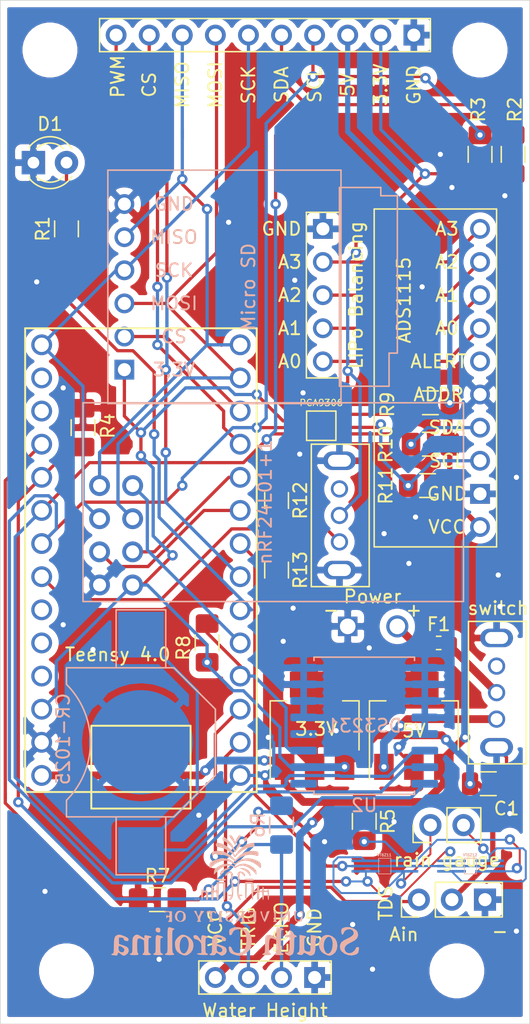
<source format=kicad_pcb>
(kicad_pcb (version 20171130) (host pcbnew "(5.1.6)-1")
  (layers (0 F.Cu signal) (31 B.Cu signal) (34 B.Paste user) (35 F.Paste user) (36 B.SilkS user hide) (37 F.SilkS user) (38 B.Mask user) (39 F.Mask user) (44 Edge.Cuts user))
  (net 0 "")
  (net 1 GND)
  (net 2 "Net-(D1-Pad2)")
  (net 3 "Net-(F1-Pad1)")
  (net 4 "Net-(F1-Pad2)")
  (net 5 "Net-(R5-Pad2)")
  (net 6 "Net-(VT6Z11-Pad3)")
  (net 7 "Net-(VT6Z12-Pad1)")
  (net 8 "Net-(U5-Pad1)")
  (net 9 "Net-(switch1-Pad3)")
  (net 10 "Net-(U1-Pad28)")
  (net 11 "Net-(U1-Pad30)")
  (net 12 "Net-(U1-Pad2)")
  (net 13 "Net-(U1-Pad21)")
  (net 14 "Net-(U1-Pad29)")
  (net 15 "Net-(U1-Pad22)")
  (net 16 "Net-(BT1-Pad1)")
  (net 17 "Net-(C1-Pad1)")
  (net 18 "Net-(Micro_SD1-Pad2)")
  (net 19 "Net-(Micro_SD1-Pad3)")
  (net 20 "Net-(Micro_SD1-Pad4)")
  (net 21 "Net-(Micro_SD1-Pad5)")
  (net 22 "Net-(U1-Pad9)")
  (net 23 "Net-(U1-Pad10)")
  (net 24 "Net-(U1-Pad5)")
  (net 25 "Net-(R1-Pad1)")
  (net 26 "Net-(R2-Pad2)")
  (net 27 "Net-(R3-Pad2)")
  (net 28 "Net-(R4-Pad1)")
  (net 29 "Net-(R6-Pad1)")
  (net 30 "Net-(R6-Pad2)")
  (net 31 "Net-(R8-Pad2)")
  (net 32 "Net-(TDS_3pin1-Pad1)")
  (net 33 "Net-(U1-Pad7)")
  (net 34 "Net-(U1-Pad11)")
  (net 35 "Net-(U1-Pad8)")
  (net 36 "Net-(U2-Pad1)")
  (net 37 "Net-(U2-Pad4)")
  (net 38 "Net-(U3-Pad2)")
  (net 39 "Net-(U3-Pad3)")
  (net 40 "Net-(U3-Pad4)")
  (net 41 "Net-(U3-Pad5)")
  (net 42 "Net-(U4-Pad5)")
  (net 43 "Net-(R10-Pad2)")
  (net 44 "Net-(R9-Pad2)")
  (net 45 "Net-(R10-Pad1)")
  (net 46 "Net-(R11-Pad1)")
  (net 47 "Net-(R12-Pad1)")
  (net 48 "Net-(R12-Pad2)")
  (net 49 "Net-(switch2-Pad3)")
  (module UofSC_logo:uofsc_logo_0_75in (layer B.Cu) (at 155.194 139.954 180)
    (fp_text reference G*** hide)
    (fp_text value LOGO hide)
  )
  (module custom:teensy4.0 (layer F.Cu) (at 147.32 114.3 90)
    (fp_text reference "Teensy 4.0" (at -7.239 -1.143 180) (layer F.SilkS))
    (fp_text value Teensy4.0)
    (pad 1 thru_hole circle (at -16.51 8.255 90) (size 1.6 1.6) (drill 1.1) (layers *.Cu *.Mask) (net 1 GND))
    (pad 26 thru_hole circle (at 1.27 -6.985 90) (size 1.6 1.6) (drill 1.1) (layers *.Cu *.Mask) (net 27 "Net-(R3-Pad2)"))
    (pad 7 thru_hole circle (at -1.27 8.255 90) (size 1.6 1.6) (drill 1.1) (layers *.Cu *.Mask) (net 33 "Net-(U1-Pad7)"))
    (pad 11 thru_hole circle (at 8.89 8.255 90) (size 1.6 1.6) (drill 1.1) (layers *.Cu *.Mask) (net 34 "Net-(U1-Pad11)"))
    (pad 12 thru_hole circle (at 11.43 8.255 90) (size 1.6 1.6) (drill 1.1) (layers *.Cu *.Mask) (net 18 "Net-(Micro_SD1-Pad2)"))
    (pad 14 thru_hole circle (at 16.51 8.255 90) (size 1.6 1.6) (drill 1.1) (layers *.Cu *.Mask) (net 21 "Net-(Micro_SD1-Pad5)"))
    (pad 32 thru_hole circle (at -13.97 -6.985 90) (size 1.6 1.6) (drill 1.1) (layers *.Cu *.Mask) (net 1 GND))
    (pad 28 thru_hole circle (at -3.81 -6.985 90) (size 1.6 1.6) (drill 1.1) (layers *.Cu *.Mask) (net 10 "Net-(U1-Pad28)"))
    (pad 23 thru_hole circle (at 8.89 -6.985 90) (size 1.6 1.6) (drill 1.1) (layers *.Cu *.Mask) (net 32 "Net-(TDS_3pin1-Pad1)"))
    (pad 13 thru_hole circle (at 13.97 8.255 90) (size 1.6 1.6) (drill 1.1) (layers *.Cu *.Mask) (net 19 "Net-(Micro_SD1-Pad3)"))
    (pad 33 thru_hole circle (at -16.51 -6.985 90) (size 1.6 1.6) (drill 1.1) (layers *.Cu *.Mask) (net 43 "Net-(R10-Pad2)"))
    (pad 30 thru_hole circle (at -8.89 -6.985 90) (size 1.6 1.6) (drill 1.1) (layers *.Cu *.Mask) (net 11 "Net-(U1-Pad30)"))
    (pad 27 thru_hole circle (at -1.27 -6.985 90) (size 1.6 1.6) (drill 1.1) (layers *.Cu *.Mask) (net 48 "Net-(R12-Pad2)"))
    (pad 25 thru_hole circle (at 3.81 -6.985 90) (size 1.6 1.6) (drill 1.1) (layers *.Cu *.Mask) (net 26 "Net-(R2-Pad2)"))
    (pad 24 thru_hole circle (at 6.35 -6.985 90) (size 1.6 1.6) (drill 1.1) (layers *.Cu *.Mask) (net 28 "Net-(R4-Pad1)"))
    (pad 20 thru_hole circle (at 16.51 -6.985 90) (size 1.6 1.6) (drill 1.1) (layers *.Cu *.Mask) (net 20 "Net-(Micro_SD1-Pad4)"))
    (pad 2 thru_hole circle (at -13.97 8.255 90) (size 1.6 1.6) (drill 1.1) (layers *.Cu *.Mask) (net 12 "Net-(U1-Pad2)"))
    (pad 21 thru_hole circle (at 13.97 -6.985 90) (size 1.6 1.6) (drill 1.1) (layers *.Cu *.Mask) (net 13 "Net-(U1-Pad21)"))
    (pad 29 thru_hole circle (at -6.35 -6.985 90) (size 1.6 1.6) (drill 1.1) (layers *.Cu *.Mask) (net 14 "Net-(U1-Pad29)"))
    (pad 3 thru_hole circle (at -11.43 8.255 90) (size 1.6 1.6) (drill 1.1) (layers *.Cu *.Mask) (net 29 "Net-(R6-Pad1)"))
    (pad 4 thru_hole circle (at -8.89 8.255 90) (size 1.6 1.6) (drill 1.1) (layers *.Cu *.Mask) (net 31 "Net-(R8-Pad2)"))
    (pad 5 thru_hole circle (at -6.35 8.255 90) (size 1.6 1.6) (drill 1.1) (layers *.Cu *.Mask) (net 24 "Net-(U1-Pad5)"))
    (pad 9 thru_hole circle (at 3.81 8.255 90) (size 1.6 1.6) (drill 1.1) (layers *.Cu *.Mask) (net 22 "Net-(U1-Pad9)"))
    (pad 6 thru_hole circle (at -3.81 8.255 90) (size 1.6 1.6) (drill 1.1) (layers *.Cu *.Mask) (net 25 "Net-(R1-Pad1)"))
    (pad 8 thru_hole circle (at 1.27 8.255 90) (size 1.6 1.6) (drill 1.1) (layers *.Cu *.Mask) (net 35 "Net-(U1-Pad8)"))
    (pad 10 thru_hole circle (at 6.35 8.255 90) (size 1.6 1.6) (drill 1.1) (layers *.Cu *.Mask) (net 23 "Net-(U1-Pad10)"))
    (pad 31 thru_hole circle (at -11.43 -6.985 90) (size 1.6 1.6) (drill 1.1) (layers *.Cu *.Mask) (net 17 "Net-(C1-Pad1)"))
    (pad 22 thru_hole circle (at 11.43 -6.985 90) (size 1.6 1.6) (drill 1.1) (layers *.Cu *.Mask) (net 15 "Net-(U1-Pad22)"))
  )
  (module MountingHole:MountingHole_3.2mm_M3 (layer F.Cu) (at 140.97 75.184)
    (fp_text reference REF** hide)
    (fp_text value MountingHole_3.2mm_M3)
    (pad 1 np_thru_hole circle (at 0 0) (size 3.2 3.2) (drill 3.2) (layers *.Cu *.Mask))
  )
  (module MountingHole:MountingHole_3.2mm_M3 (layer F.Cu) (at 173.99 75.184)
    (fp_text reference REF** hide)
    (fp_text value MountingHole_3.2mm_M3)
    (pad 1 np_thru_hole circle (at 0 0) (size 3.2 3.2) (drill 3.2) (layers *.Cu *.Mask))
  )
  (module MountingHole:MountingHole_3.2mm_M3 (layer F.Cu) (at 142.24 145.796)
    (fp_text reference REF** hide)
    (fp_text value MountingHole_3.2mm_M3)
    (pad 1 np_thru_hole circle (at 0 0) (size 3.2 3.2) (drill 3.2) (layers *.Cu *.Mask))
  )
  (module MountingHole:MountingHole_3.2mm_M3 (layer F.Cu) (at 172.212 145.796)
    (fp_text reference REF** hide)
    (fp_text value MountingHole_3.2mm_M3)
    (pad 1 np_thru_hole circle (at 0 0) (size 3.2 3.2) (drill 3.2) (layers *.Cu *.Mask))
  )
  (module custom:VT6Z1 (layer F.Cu) (at 173.228 137.16)
    (fp_text reference VT6Z12 (at 0 -0.25 180) (layer B.SilkS) (effects (font (size 0.2 0.2) (thickness 0.05))))
    (fp_text value VT6Z1)
    (pad 6 smd rect (at -1.425 0.2 270) (size 0.2 2.2) (layers B.Cu B.Paste B.Mask) (net 28 "Net-(R4-Pad1)"))
    (pad 5 smd rect (at -1.425 0.6 270) (size 0.2 2.2) (layers B.Cu B.Paste B.Mask) (net 35 "Net-(U1-Pad8)"))
    (pad 4 smd rect (at -1.425 1 270) (size 0.2 2.2) (layers B.Cu B.Paste B.Mask) (net 7 "Net-(VT6Z12-Pad1)"))
    (pad 3 smd rect (at 1.5 1 270) (size 0.2 2.2) (layers B.Cu B.Paste B.Mask) (net 5 "Net-(R5-Pad2)"))
    (pad 2 smd rect (at 1.5 0.6 270) (size 0.2 2.2) (layers B.Cu B.Paste B.Mask) (net 35 "Net-(U1-Pad8)"))
    (pad 1 smd rect (at 1.5 0.1905 270) (size 0.2 2.2) (layers B.Cu B.Paste B.Mask) (net 7 "Net-(VT6Z12-Pad1)"))
  )
  (module custom:VT6Z1 (layer F.Cu) (at 166.648 137.16)
    (fp_text reference VT6Z11 (at 0 -0.25 180) (layer B.SilkS) (effects (font (size 0.2 0.2) (thickness 0.05))))
    (fp_text value VT6Z1)
    (pad 6 smd rect (at -1.425 0.2 270) (size 0.2 2.2) (layers B.Cu B.Paste B.Mask) (net 6 "Net-(VT6Z11-Pad3)"))
    (pad 5 smd rect (at -1.425 0.6 270) (size 0.2 2.2) (layers B.Cu B.Paste B.Mask) (net 35 "Net-(U1-Pad8)"))
    (pad 4 smd rect (at -1.425 1 270) (size 0.2 2.2) (layers B.Cu B.Paste B.Mask) (net 28 "Net-(R4-Pad1)"))
    (pad 3 smd rect (at 1.5 1 270) (size 0.2 2.2) (layers B.Cu B.Paste B.Mask) (net 6 "Net-(VT6Z11-Pad3)"))
    (pad 2 smd rect (at 1.5 0.6 270) (size 0.2 2.2) (layers B.Cu B.Paste B.Mask) (net 35 "Net-(U1-Pad8)"))
    (pad 1 smd rect (at 1.5 0.1905 270) (size 0.2 2.2) (layers B.Cu B.Paste B.Mask) (net 5 "Net-(R5-Pad2)"))
  )
  (module Connector_PinHeader_2.54mm:PinHeader_1x02_P2.54mm_Vertical (layer F.Cu) (at 170.18 134.62 90)
    (fp_text reference "rain gauge" (at -2.667 1.27 180) (layer F.SilkS))
    (fp_text value rg_2pin)
    (pad 1 thru_hole circle (at 0 0 90) (size 1.7 1.7) (drill 1) (layers *.Cu *.Mask) (net 6 "Net-(VT6Z11-Pad3)"))
    (pad 2 thru_hole oval (at 0 2.54 90) (size 1.7 1.7) (drill 1) (layers *.Cu *.Mask) (net 7 "Net-(VT6Z12-Pad1)"))
  )
  (module custom:ADS1115 (layer F.Cu) (at 175.26 100.33 270)
    (fp_text reference ADS1115 (at -5.969 7.112 90) (layer F.SilkS))
    (fp_text value ADS1115)
    (fp_text user A3 (at -11.43 3.81) (layer F.SilkS))
    (fp_text user A2 (at -8.89 3.81) (layer F.SilkS))
    (fp_text user A1 (at -6.35 3.81) (layer F.SilkS))
    (fp_text user A0 (at -3.81 3.81) (layer F.SilkS))
    (fp_text user ALERT (at -1.27 4.445) (layer F.SilkS))
    (fp_text user ADDR (at 1.27 4.445) (layer F.SilkS))
    (fp_text user SDA (at 3.81 3.81) (layer F.SilkS))
    (fp_text user SCL (at 6.35 3.81) (layer F.SilkS))
    (fp_text user GND (at 8.89 3.81) (layer F.SilkS))
    (fp_text user VCC (at 11.43 3.81) (layer F.SilkS))
    (pad 1 thru_hole circle (at -11.43 1.27 270) (size 1.524 1.524) (drill 1) (layers *.Cu *.Mask) (net 38 "Net-(U3-Pad2)"))
    (pad 2 thru_hole circle (at -8.89 1.27 270) (size 1.524 1.524) (drill 1) (layers *.Cu *.Mask) (net 39 "Net-(U3-Pad3)"))
    (pad 3 thru_hole circle (at -6.35 1.27 270) (size 1.524 1.524) (drill 1) (layers *.Cu *.Mask) (net 40 "Net-(U3-Pad4)"))
    (pad 4 thru_hole circle (at -3.81 1.27 270) (size 1.524 1.524) (drill 1) (layers *.Cu *.Mask) (net 41 "Net-(U3-Pad5)"))
    (pad 5 thru_hole circle (at -1.27 1.27 270) (size 1.524 1.524) (drill 1) (layers *.Cu *.Mask) (net 42 "Net-(U4-Pad5)"))
    (pad 6 thru_hole circle (at 1.27 1.27 270) (size 1.524 1.524) (drill 1) (layers *.Cu *.Mask) (net 1 GND))
    (pad 7 thru_hole circle (at 3.81 1.27 270) (size 1.524 1.524) (drill 1) (layers *.Cu *.Mask) (net 45 "Net-(R10-Pad1)"))
    (pad 8 thru_hole circle (at 6.35 1.27 270) (size 1.524 1.524) (drill 1) (layers *.Cu *.Mask) (net 46 "Net-(R11-Pad1)"))
    (pad 9 thru_hole rect (at 8.89 1.27 270) (size 1.524 1.524) (drill 1) (layers *.Cu *.Mask) (net 1 GND))
    (pad 10 thru_hole circle (at 11.43 1.27 270) (size 1.524 1.524) (drill 1) (layers *.Cu *.Mask) (net 43 "Net-(R10-Pad2)"))
  )
  (module custom:battery_holder_10mm (layer B.Cu) (at 147.955 128.27 270)
    (fp_text reference CR-1025 (at -0.254 5.969 270) (layer B.SilkS) (effects (justify mirror)))
    (fp_text value Battery_Cell)
    (pad 1 smd rect (at 8.255 0) (size 3.5 3.5) (layers B.Cu B.Mask) (net 16 "Net-(BT1-Pad1)"))
    (pad 1 smd rect (at -8.255 0) (size 3.5 3.5) (layers B.Cu B.Mask) (net 16 "Net-(BT1-Pad1)"))
    (pad 2 smd circle (at 0 0) (size 8 8) (layers B.Cu B.Mask) (net 1 GND))
  )
  (module Resistor_SMD:R_1206_3216Metric (layer F.Cu) (at 174.625 131.445)
    (fp_text reference C1 (at 1.397 1.905) (layer F.SilkS))
    (fp_text value C)
    (pad 1 smd roundrect (at -1.4 0) (size 1.25 1.75) (layers F.Cu F.Paste F.Mask) (roundrect_rratio 0.2) (net 17 "Net-(C1-Pad1)"))
    (pad 2 smd roundrect (at 1.4 0) (size 1.25 1.75) (layers F.Cu F.Paste F.Mask) (roundrect_rratio 0.2) (net 1 GND))
  )
  (module LED_THT:LED_D3.0mm (layer F.Cu) (at 139.7 83.82)
    (fp_text reference D1 (at 1.27 -2.96) (layer F.SilkS))
    (fp_text value LED)
    (pad 1 thru_hole rect (at 0 0) (size 1.8 1.8) (drill 0.9) (layers *.Cu *.Mask) (net 1 GND))
    (pad 2 thru_hole circle (at 2.54 0) (size 1.8 1.8) (drill 0.9) (layers *.Cu *.Mask) (net 2 "Net-(D1-Pad2)"))
  )
  (module Resistor_SMD:R_0603_1608Metric_Pad1.05x0.95mm_HandSolder (layer F.Cu) (at 170.815 120.65)
    (fp_text reference F1 (at 0 -1.43) (layer F.SilkS))
    (fp_text value Fuse)
    (pad 1 smd roundrect (at -0.875 0) (size 1.05 0.95) (layers F.Cu F.Paste F.Mask) (net 3 "Net-(F1-Pad1)"))
    (pad 2 smd roundrect (at 0.875 0) (size 1.05 0.95) (layers F.Cu F.Paste F.Mask) (net 4 "Net-(F1-Pad2)"))
  )
  (module custom:small_microSD (layer F.Cu) (at 145.415 93.345 90)
    (fp_text reference "Micro SD" (at 0 10.795 90) (layer B.SilkS))
    (fp_text value small_microSD)
    (fp_text user 3,3V (at -6.35 5.08) (layer B.SilkS))
    (fp_text user CS (at -3.81 5.08) (layer B.SilkS))
    (fp_text user MOSI (at -1.27 5.08) (layer B.SilkS))
    (fp_text user SCK (at 1.27 5.08) (layer B.SilkS))
    (fp_text user MISO (at 3.81 5.08) (layer B.SilkS))
    (fp_text user GND (at 6.35 5.08) (layer B.SilkS))
    (pad 1 thru_hole rect (at -6.35 1.27 90) (size 1.524 1.524) (drill 1) (layers *.Cu *.Mask) (net 17 "Net-(C1-Pad1)"))
    (pad 2 thru_hole circle (at -3.81 1.27 90) (size 1.524 1.524) (drill 1) (layers *.Cu *.Mask) (net 18 "Net-(Micro_SD1-Pad2)"))
    (pad 3 thru_hole circle (at -1.27 1.27 90) (size 1.524 1.524) (drill 1) (layers *.Cu *.Mask) (net 19 "Net-(Micro_SD1-Pad3)"))
    (pad 4 thru_hole circle (at 1.27 1.27 90) (size 1.524 1.524) (drill 1) (layers *.Cu *.Mask) (net 20 "Net-(Micro_SD1-Pad4)"))
    (pad 5 thru_hole circle (at 3.81 1.27 90) (size 1.524 1.524) (drill 1) (layers *.Cu *.Mask) (net 21 "Net-(Micro_SD1-Pad5)"))
    (pad 6 thru_hole circle (at 6.35 1.27 90) (size 1.524 1.524) (drill 1) (layers *.Cu *.Mask) (net 1 GND))
  )
  (module custom:nRF24L01+ (layer F.Cu) (at 156.21 109.855 270)
    (fp_text reference nRF24L01+1 (at 0 -1.27 90) (layer B.SilkS))
    (fp_text value nRF24L01+)
    (pad 8 thru_hole circle (at -1.27 11.43 270) (size 1.6 1.6) (drill 1) (layers *.Cu *.Mask) (net 21 "Net-(Micro_SD1-Pad5)"))
    (pad 4 thru_hole circle (at -1.27 8.89 270) (size 1.6 1.6) (drill 1) (layers *.Cu *.Mask) (net 24 "Net-(U1-Pad5)"))
    (pad 1 thru_hole circle (at 6.35 8.89 270) (size 1.6 1.6) (drill 1) (layers *.Cu *.Mask) (net 17 "Net-(C1-Pad1)"))
    (pad 2 thru_hole circle (at 3.81 8.89 270) (size 1.6 1.6) (drill 1) (layers *.Cu *.Mask) (net 23 "Net-(U1-Pad10)"))
    (pad 6 thru_hole circle (at 3.81 11.43 270) (size 1.6 1.6) (drill 1) (layers *.Cu *.Mask) (net 22 "Net-(U1-Pad9)"))
    (pad 5 thru_hole circle (at 6.35 11.43 270) (size 1.6 1.6) (drill 1) (layers *.Cu *.Mask) (net 1 GND))
    (pad 7 thru_hole circle (at 1.27 11.43 270) (size 1.6 1.6) (drill 1) (layers *.Cu *.Mask) (net 20 "Net-(Micro_SD1-Pad4)"))
    (pad 3 thru_hole circle (at 1.27 8.89 270) (size 1.6 1.6) (drill 1) (layers *.Cu *.Mask) (net 19 "Net-(Micro_SD1-Pad3)"))
  )
  (module custom:XT60PW (layer F.Cu) (at 166.37 116.84)
    (fp_text reference Power (at -0.635 0.254) (layer F.SilkS))
    (fp_text value XP60PW)
    (fp_text user + (at 2.54 1.27) (layer F.SilkS))
    (fp_text user - (at -3.81 1.27) (layer F.SilkS))
    (pad 2 thru_hole circle (at 1.27 2.54) (size 1.7 1.7) (drill 1.2) (layers *.Cu *.Mask) (net 3 "Net-(F1-Pad1)"))
    (pad 1 thru_hole rect (at -2.54 2.54) (size 1.5 1.5) (drill 1.2) (layers *.Cu *.Mask) (net 1 GND))
  )
  (module Resistor_SMD:R_1206_3216Metric_Pad1.42x1.75mm_HandSolder (layer F.Cu) (at 142.24 88.9 90)
    (fp_text reference R1 (at 0 -1.82 90) (layer F.SilkS))
    (fp_text value 1k)
    (pad 2 smd roundrect (at 1.4875 0 90) (size 1.425 1.75) (layers F.Cu F.Paste F.Mask) (roundrect_rratio 0.175439) (net 2 "Net-(D1-Pad2)"))
    (pad 1 smd roundrect (at -1.4875 0 90) (size 1.425 1.75) (layers F.Cu F.Paste F.Mask) (roundrect_rratio 0.175439) (net 25 "Net-(R1-Pad1)"))
  )
  (module Resistor_SMD:R_1206_3216Metric_Pad1.42x1.75mm_HandSolder (layer F.Cu) (at 176.53 83.185 90)
    (fp_text reference R2 (at 3.429 0.127 90) (layer F.SilkS))
    (fp_text value 4.7k)
    (pad 2 smd roundrect (at 1.4875 0 90) (size 1.425 1.75) (layers F.Cu F.Paste F.Mask) (roundrect_rratio 0.175439) (net 26 "Net-(R2-Pad2)"))
    (pad 1 smd roundrect (at -1.4875 0 90) (size 1.425 1.75) (layers F.Cu F.Paste F.Mask) (roundrect_rratio 0.175439) (net 17 "Net-(C1-Pad1)"))
  )
  (module Resistor_SMD:R_1206_3216Metric_Pad1.42x1.75mm_HandSolder (layer F.Cu) (at 173.99 83.185 90)
    (fp_text reference R3 (at 3.429 -0.127 90) (layer F.SilkS))
    (fp_text value 4.7k)
    (pad 1 smd roundrect (at -1.4875 0 90) (size 1.425 1.75) (layers F.Cu F.Paste F.Mask) (roundrect_rratio 0.175439) (net 17 "Net-(C1-Pad1)"))
    (pad 2 smd roundrect (at 1.4875 0 90) (size 1.425 1.75) (layers F.Cu F.Paste F.Mask) (roundrect_rratio 0.175439) (net 27 "Net-(R3-Pad2)"))
  )
  (module Resistor_SMD:R_1206_3216Metric_Pad1.42x1.75mm_HandSolder (layer F.Cu) (at 143.51 104.14 90)
    (fp_text reference R4 (at 0.127 1.905 90) (layer F.SilkS))
    (fp_text value R)
    (pad 1 smd roundrect (at -1.4875 0 90) (size 1.425 1.75) (layers F.Cu F.Paste F.Mask) (roundrect_rratio 0.175439) (net 28 "Net-(R4-Pad1)"))
    (pad 2 smd roundrect (at 1.4875 0 90) (size 1.425 1.75) (layers F.Cu F.Paste F.Mask) (roundrect_rratio 0.175439) (net 1 GND))
  )
  (module Resistor_SMD:R_1206_3216Metric_Pad1.42x1.75mm_HandSolder (layer F.Cu) (at 165.1 134.3295 270)
    (fp_text reference R5 (at 0 -1.82 90) (layer F.SilkS))
    (fp_text value R)
    (pad 2 smd roundrect (at 1.4875 0 270) (size 1.425 1.75) (layers F.Cu F.Paste F.Mask) (roundrect_rratio 0.175439) (net 5 "Net-(R5-Pad2)"))
    (pad 1 smd roundrect (at -1.4875 0 270) (size 1.425 1.75) (layers F.Cu F.Paste F.Mask) (roundrect_rratio 0.175439) (net 43 "Net-(R10-Pad2)"))
  )
  (module Resistor_SMD:R_1206_3216Metric_Pad1.42x1.75mm_HandSolder (layer B.Cu) (at 158.75 134.62 270)
    (fp_text reference R6 (at 0 1.82 270) (layer B.SilkS) (effects (justify mirror)))
    (fp_text value 4.4k)
    (pad 1 smd roundrect (at -1.4875 0 270) (size 1.425 1.75) (layers B.Cu B.Paste B.Mask) (roundrect_rratio 0.175439) (net 29 "Net-(R6-Pad1)"))
    (pad 2 smd roundrect (at 1.4875 0 270) (size 1.425 1.75) (layers B.Cu B.Paste B.Mask) (roundrect_rratio 0.175) (net 30 "Net-(R6-Pad2)"))
  )
  (module Resistor_SMD:R_1206_3216Metric_Pad1.42x1.75mm_HandSolder (layer F.Cu) (at 149.225 140.335)
    (fp_text reference R7 (at 0 -1.82) (layer F.SilkS))
    (fp_text value 4.1k)
    (pad 2 smd roundrect (at 1.4875 0) (size 1.425 1.75) (layers F.Cu F.Paste F.Mask) (roundrect_rratio 0.175) (net 30 "Net-(R6-Pad2)"))
    (pad 1 smd roundrect (at -1.4875 0) (size 1.425 1.75) (layers F.Cu F.Paste F.Mask) (roundrect_rratio 0.175439) (net 1 GND))
  )
  (module Resistor_SMD:R_1206_3216Metric_Pad1.42x1.75mm_HandSolder (layer F.Cu) (at 153.035 120.65 90)
    (fp_text reference R8 (at -0.381 -1.82 90) (layer F.SilkS))
    (fp_text value 4.7k)
    (pad 1 smd roundrect (at -1.4875 0 90) (size 1.425 1.75) (layers F.Cu F.Paste F.Mask) (roundrect_rratio 0.175439) (net 17 "Net-(C1-Pad1)"))
    (pad 2 smd roundrect (at 1.4875 0 90) (size 1.425 1.75) (layers F.Cu F.Paste F.Mask) (roundrect_rratio 0.175439) (net 31 "Net-(R8-Pad2)"))
  )
  (module custom:grounded_switch (layer F.Cu) (at 170.18 124.46 90)
    (fp_text reference switch (at 6.477 5.207 180) (layer F.SilkS))
    (fp_text value grounded_switch)
    (pad 1 thru_hole circle (at -2.032 5.08 90) (size 1.324 1.324) (drill 0.914) (layers *.Cu *.Mask) (net 8 "Net-(U5-Pad1)"))
    (pad 2 thru_hole circle (at 0 5.08 90) (size 1.324 1.324) (drill 0.914) (layers *.Cu *.Mask) (net 4 "Net-(F1-Pad2)"))
    (pad 3 thru_hole circle (at 2.032 5.08 90) (size 1.324 1.324) (drill 0.914) (layers *.Cu *.Mask) (net 9 "Net-(switch1-Pad3)"))
    (pad 4 thru_hole oval (at -4.191 5.08 180) (size 2.524 1.424) (drill oval 1.76 0.914) (layers *.Cu *.Mask) (net 1 GND))
    (pad 5 thru_hole oval (at 4.191 5.08 180) (size 2.524 1.424) (drill oval 1.76 0.914) (layers *.Cu *.Mask) (net 1 GND))
  )
  (module Connector_PinHeader_2.54mm:PinHeader_1x03_P2.54mm_Vertical (layer F.Cu) (at 169.291 140.335 90)
    (fp_text reference TDS (at -0.254 -2.54 90) (layer F.SilkS))
    (fp_text value tds_3pin)
    (pad 1 thru_hole circle (at 0 0 90) (size 1.7 1.7) (drill 1) (layers *.Cu *.Mask) (net 32 "Net-(TDS_3pin1-Pad1)"))
    (pad 2 thru_hole oval (at 0 2.54 90) (size 1.7 1.7) (drill 1) (layers *.Cu *.Mask) (net 17 "Net-(C1-Pad1)"))
    (pad 3 thru_hole rect (at 0 5.08 90) (size 1.7 1.7) (drill 1) (layers *.Cu *.Mask) (net 1 GND))
  )
  (module custom:top_rail (layer F.Cu) (at 156.21 74.041)
    (fp_text reference top_rail1 hide)
    (fp_text value top_rail)
    (fp_text user CS (at -7.62 3.81 90) (layer F.SilkS))
    (fp_text user MISO (at -5.08 3.81 90) (layer F.SilkS))
    (fp_text user MOSI (at -2.54 3.81 90) (layer F.SilkS))
    (fp_text user SCK (at 0 3.81 90) (layer F.SilkS))
    (fp_text user SDA (at 2.54 3.81 90) (layer F.SilkS))
    (fp_text user SCL (at 5.08 3.81 90) (layer F.SilkS))
    (fp_text user 5V (at 7.62 3.81 90) (layer F.SilkS))
    (fp_text user 3.3V (at 10.16 3.81 90) (layer F.SilkS))
    (fp_text user GND (at 12.7 3.81 90) (layer F.SilkS))
    (fp_text user PWM (at -10.033 3.175 90) (layer F.SilkS))
    (pad 1 thru_hole circle (at -7.62 0) (size 1.6 1.6) (drill 1) (layers *.Cu *.Mask) (net 33 "Net-(U1-Pad7)"))
    (pad 2 thru_hole circle (at -5.08 0) (size 1.6 1.6) (drill 1) (layers *.Cu *.Mask) (net 21 "Net-(Micro_SD1-Pad5)"))
    (pad 3 thru_hole circle (at -2.54 0) (size 1.6 1.6) (drill 1) (layers *.Cu *.Mask) (net 19 "Net-(Micro_SD1-Pad3)"))
    (pad 4 thru_hole circle (at 0 0) (size 1.6 1.6) (drill 1) (layers *.Cu *.Mask) (net 20 "Net-(Micro_SD1-Pad4)"))
    (pad 5 thru_hole circle (at 2.54 0) (size 1.6 1.6) (drill 1) (layers *.Cu *.Mask) (net 26 "Net-(R2-Pad2)"))
    (pad 6 thru_hole circle (at 5.08 0) (size 1.6 1.6) (drill 1) (layers *.Cu *.Mask) (net 27 "Net-(R3-Pad2)"))
    (pad 7 thru_hole circle (at 7.62 0) (size 1.6 1.6) (drill 1) (layers *.Cu *.Mask) (net 43 "Net-(R10-Pad2)"))
    (pad 8 thru_hole circle (at 10.16 0) (size 1.6 1.6) (drill 1) (layers *.Cu *.Mask) (net 17 "Net-(C1-Pad1)"))
    (pad 9 thru_hole rect (at 12.7 0) (size 1.6 1.6) (drill 1) (layers *.Cu *.Mask) (net 1 GND))
    (pad 10 thru_hole circle (at -10.16 0) (size 1.6 1.6) (drill 1) (layers *.Cu *.Mask) (net 34 "Net-(U1-Pad11)"))
  )
  (module Package_SO:SOIC-16W_7.5x10.3mm_P1.27mm (layer B.Cu) (at 165.1 127)
    (fp_text reference U2 (at 0 6.1) (layer B.SilkS) (effects (justify mirror)))
    (fp_text value DS3231M)
    (pad 1 smd roundrect (at -4.65 4.445) (size 2.05 0.6) (layers B.Cu B.Paste B.Mask) (net 36 "Net-(U2-Pad1)"))
    (pad 2 smd roundrect (at -4.65 3.175) (size 2.05 0.6) (layers B.Cu B.Paste B.Mask) (net 17 "Net-(C1-Pad1)"))
    (pad 3 smd roundrect (at -4.65 1.905) (size 2.05 0.6) (layers B.Cu B.Paste B.Mask) (net 31 "Net-(R8-Pad2)"))
    (pad 4 smd roundrect (at -4.65 0.635) (size 2.05 0.6) (layers B.Cu B.Paste B.Mask) (net 37 "Net-(U2-Pad4)"))
    (pad 5 smd roundrect (at -4.65 -0.635) (size 2.05 0.6) (layers B.Cu B.Paste B.Mask) (net 1 GND))
    (pad 6 smd roundrect (at -4.65 -1.905) (size 2.05 0.6) (layers B.Cu B.Paste B.Mask) (net 1 GND))
    (pad 7 smd roundrect (at -4.65 -3.175) (size 2.05 0.6) (layers B.Cu B.Paste B.Mask) (net 1 GND))
    (pad 8 smd roundrect (at -4.65 -4.445) (size 2.05 0.6) (layers B.Cu B.Paste B.Mask) (net 1 GND))
    (pad 9 smd roundrect (at 4.65 -4.445) (size 2.05 0.6) (layers B.Cu B.Paste B.Mask) (net 1 GND))
    (pad 10 smd roundrect (at 4.65 -3.175) (size 2.05 0.6) (layers B.Cu B.Paste B.Mask) (net 1 GND))
    (pad 11 smd roundrect (at 4.65 -1.905) (size 2.05 0.6) (layers B.Cu B.Paste B.Mask) (net 1 GND))
    (pad 12 smd roundrect (at 4.65 -0.635) (size 2.05 0.6) (layers B.Cu B.Paste B.Mask) (net 1 GND))
    (pad 13 smd roundrect (at 4.65 0.635) (size 2.05 0.6) (layers B.Cu B.Paste B.Mask) (net 1 GND))
    (pad 14 smd roundrect (at 4.65 1.905) (size 2.05 0.6) (layers B.Cu B.Paste B.Mask) (net 16 "Net-(BT1-Pad1)"))
    (pad 15 smd roundrect (at 4.65 3.175) (size 2.05 0.6) (layers B.Cu B.Paste B.Mask) (net 26 "Net-(R2-Pad2)"))
    (pad 16 smd roundrect (at 4.65 4.445) (size 2.05 0.6) (layers B.Cu B.Paste B.Mask) (net 27 "Net-(R3-Pad2)"))
  )
  (module custom:ADS_Conn (layer F.Cu) (at 163.195 92.71 270)
    (fp_text reference "LiPo Balancing" (at 1.27 -1.27 90) (layer F.SilkS))
    (fp_text value ADS_Conn)
    (fp_text user GND (at -3.81 4.445) (layer F.SilkS))
    (fp_text user A3 (at -1.27 3.81) (layer F.SilkS))
    (fp_text user A2 (at 1.27 3.81) (layer F.SilkS))
    (fp_text user A1 (at 3.81 3.81) (layer F.SilkS))
    (fp_text user A0 (at 6.35 3.81) (layer F.SilkS))
    (pad 1 thru_hole rect (at -3.81 1.27 270) (size 1.524 1.524) (drill 1) (layers *.Cu *.Mask) (net 1 GND))
    (pad 2 thru_hole circle (at -1.27 1.27 270) (size 1.524 1.524) (drill 1) (layers *.Cu *.Mask) (net 38 "Net-(U3-Pad2)"))
    (pad 3 thru_hole circle (at 1.27 1.27 270) (size 1.524 1.524) (drill 1) (layers *.Cu *.Mask) (net 39 "Net-(U3-Pad3)"))
    (pad 4 thru_hole circle (at 3.81 1.27 270) (size 1.524 1.524) (drill 1) (layers *.Cu *.Mask) (net 40 "Net-(U3-Pad4)"))
    (pad 5 thru_hole circle (at 6.35 1.27 270) (size 1.524 1.524) (drill 1) (layers *.Cu *.Mask) (net 41 "Net-(U3-Pad5)"))
  )
  (module Package_TO_SOT_SMD:SOT-223-3_TabPin2 (layer F.Cu) (at 168.91 127 90)
    (fp_text reference 5V (at -0.381 0 180) (layer F.SilkS))
    (fp_text value KA78M05_TO252)
    (pad 1 smd rect (at -3.15 -2.3 90) (size 2 1.5) (layers F.Cu F.Paste F.Mask) (net 8 "Net-(U5-Pad1)"))
    (pad 3 smd rect (at -3.15 2.3 90) (size 2 1.5) (layers F.Cu F.Paste F.Mask) (net 43 "Net-(R10-Pad2)"))
    (pad 2 smd rect (at -3.15 0 90) (size 2 1.5) (layers F.Cu F.Paste F.Mask) (net 1 GND))
    (pad 2 smd rect (at 3.15 0 90) (size 2 3.8) (layers F.Cu F.Paste F.Mask) (net 1 GND))
  )
  (module Package_TO_SOT_SMD:SOT-223-3_TabPin2 (layer F.Cu) (at 161.29 127 90)
    (fp_text reference 3.3V (at -0.254 0.127 180) (layer F.SilkS))
    (fp_text value KA78M05_TO252)
    (pad 1 smd rect (at -3.15 -2.3 90) (size 2 1.5) (layers F.Cu F.Paste F.Mask) (net 43 "Net-(R10-Pad2)"))
    (pad 3 smd rect (at -3.15 2.3 90) (size 2 1.5) (layers F.Cu F.Paste F.Mask) (net 17 "Net-(C1-Pad1)"))
    (pad 2 smd rect (at -3.15 0 90) (size 2 1.5) (layers F.Cu F.Paste F.Mask) (net 1 GND))
    (pad 2 smd rect (at 3.15 0 90) (size 2 3.8) (layers F.Cu F.Paste F.Mask) (net 1 GND))
  )
  (module custom:HCSR04 (layer F.Cu) (at 157.48 145.034)
    (fp_text reference "Water Height" (at 0 3.81) (layer F.SilkS))
    (fp_text value HCSR04)
    (fp_text user VCC (at -3.81 -2.54 90) (layer F.SilkS))
    (fp_text user TRIG (at -1.27 -2.54 90) (layer F.SilkS))
    (fp_text user ECHO (at 1.27 -2.54 90) (layer F.SilkS))
    (fp_text user GND (at 3.81 -2.54 270) (layer F.SilkS))
    (pad 1 thru_hole rect (at 3.81 1.27) (size 1.6 1.6) (drill 1) (layers *.Cu *.Mask) (net 1 GND))
    (pad 2 thru_hole circle (at 1.27 1.27) (size 1.6 1.6) (drill 1) (layers *.Cu *.Mask) (net 30 "Net-(R6-Pad2)"))
    (pad 3 thru_hole circle (at -1.27 1.27) (size 1.6 1.6) (drill 1) (layers *.Cu *.Mask) (net 12 "Net-(U1-Pad2)"))
    (pad 4 thru_hole circle (at -3.81 1.27) (size 1.6 1.6) (drill 1) (layers *.Cu *.Mask) (net 43 "Net-(R10-Pad2)"))
  )
  (module Resistor_SMD:R_1206_3216Metric_Pad1.42x1.75mm_HandSolder (layer F.Cu) (at 170.18 102.235 180)
    (fp_text reference R9 (at 3.302 -0.127 90) (layer F.SilkS))
    (fp_text value 200)
    (pad 1 smd roundrect (at -1.4875 0 180) (size 1.425 1.75) (layers F.Cu F.Paste F.Mask) (roundrect_rratio 0.175439) (net 43 "Net-(R10-Pad2)"))
    (pad 2 smd roundrect (at 1.4875 0 180) (size 1.425 1.75) (layers F.Cu F.Paste F.Mask) (roundrect_rratio 0.175439) (net 44 "Net-(R9-Pad2)"))
  )
  (module Resistor_SMD:R_1206_3216Metric_Pad1.42x1.75mm_HandSolder (layer F.Cu) (at 170.18 105.41)
    (fp_text reference R10 (at -3.429 0 90) (layer F.SilkS))
    (fp_text value 4.7k)
    (pad 2 smd roundrect (at 1.4875 0) (size 1.425 1.75) (layers F.Cu F.Paste F.Mask) (roundrect_rratio 0.175439) (net 43 "Net-(R10-Pad2)"))
    (pad 1 smd roundrect (at -1.4875 0) (size 1.425 1.75) (layers F.Cu F.Paste F.Mask) (roundrect_rratio 0.175439) (net 45 "Net-(R10-Pad1)"))
  )
  (module Resistor_SMD:R_1206_3216Metric_Pad1.42x1.75mm_HandSolder (layer F.Cu) (at 169.9625 108.585)
    (fp_text reference R11 (at -3.2115 0 90) (layer F.SilkS))
    (fp_text value 4.7k)
    (pad 1 smd roundrect (at -1.4875 0) (size 1.425 1.75) (layers F.Cu F.Paste F.Mask) (roundrect_rratio 0.175439) (net 46 "Net-(R11-Pad1)"))
    (pad 2 smd roundrect (at 1.4875 0) (size 1.425 1.75) (layers F.Cu F.Paste F.Mask) (roundrect_rratio 0.175439) (net 43 "Net-(R10-Pad2)"))
  )
  (module custom:PCA9306 (layer F.Cu) (at 161.925 102.87)
    (fp_text reference PCA9306 (at -0.127 -0.635) (layer F.SilkS) (effects (font (size 0.5 0.5) (thickness 0.075))))
    (fp_text value PCA9306)
    (pad 1 smd roundrect (at -1.5 0.25) (size 0.75 0.3) (layers F.Cu F.Paste F.Mask) (net 1 GND))
    (pad 2 smd roundrect (at -1.5 0.75) (size 0.75 0.3) (layers F.Cu F.Paste F.Mask) (net 17 "Net-(C1-Pad1)"))
    (pad 3 smd roundrect (at -1.5 1.25) (size 0.75 0.3) (layers F.Cu F.Paste F.Mask) (net 27 "Net-(R3-Pad2)"))
    (pad 4 smd roundrect (at -1.5 1.75) (size 0.75 0.3) (layers F.Cu F.Paste F.Mask) (net 26 "Net-(R2-Pad2)"))
    (pad 5 smd roundrect (at 1.25 1.75) (size 0.75 0.3) (layers F.Cu F.Paste F.Mask) (net 45 "Net-(R10-Pad1)"))
    (pad 6 smd roundrect (at 1.25 1.25) (size 0.75 0.3) (layers F.Cu F.Paste F.Mask) (net 46 "Net-(R11-Pad1)"))
    (pad 7 smd roundrect (at 1.25 0.75) (size 0.75 0.3) (layers F.Cu F.Paste F.Mask) (net 44 "Net-(R9-Pad2)"))
    (pad 8 smd roundrect (at 1.25 0.25) (size 0.75 0.3) (layers F.Cu F.Paste F.Mask) (net 44 "Net-(R9-Pad2)"))
  )
  (module Resistor_SMD:R_1206_3216Metric_Pad1.42x1.75mm_HandSolder (layer F.Cu) (at 158.369 109.728 270)
    (fp_text reference R12 (at 0 -1.82 90) (layer F.SilkS))
    (fp_text value 1k)
    (pad 1 smd roundrect (at -1.4875 0 270) (size 1.425 1.75) (layers F.Cu F.Paste F.Mask) (roundrect_rratio 0.175439) (net 47 "Net-(R12-Pad1)"))
    (pad 2 smd roundrect (at 1.4875 0 270) (size 1.425 1.75) (layers F.Cu F.Paste F.Mask) (roundrect_rratio 0.175439) (net 48 "Net-(R12-Pad2)"))
  )
  (module Resistor_SMD:R_1206_3216Metric_Pad1.42x1.75mm_HandSolder (layer F.Cu) (at 158.369 115.062 270)
    (fp_text reference R13 (at 0 -1.82 90) (layer F.SilkS))
    (fp_text value 10k)
    (pad 2 smd roundrect (at 1.4875 0 270) (size 1.425 1.75) (layers F.Cu F.Paste F.Mask) (roundrect_rratio 0.175439) (net 1 GND))
    (pad 1 smd roundrect (at -1.4875 0 270) (size 1.425 1.75) (layers F.Cu F.Paste F.Mask) (roundrect_rratio 0.175439) (net 48 "Net-(R12-Pad2)"))
  )
  (module custom:grounded_switch (layer F.Cu) (at 158.115 110.871 90)
    (fp_text reference switch2 hide)
    (fp_text value grounded_switch-whs5-rescue)
    (pad 1 thru_hole circle (at -2.032 5.08 90) (size 1.324 1.324) (drill 0.914) (layers *.Cu *.Mask) (net 47 "Net-(R12-Pad1)"))
    (pad 2 thru_hole circle (at 0 5.08 90) (size 1.324 1.324) (drill 0.914) (layers *.Cu *.Mask) (net 17 "Net-(C1-Pad1)"))
    (pad 3 thru_hole circle (at 2.032 5.08 90) (size 1.324 1.324) (drill 0.914) (layers *.Cu *.Mask) (net 49 "Net-(switch2-Pad3)"))
    (pad 4 thru_hole oval (at -4.191 5.08 180) (size 2.524 1.424) (drill oval 1.76 0.914) (layers *.Cu *.Mask) (net 1 GND))
    (pad 5 thru_hole oval (at 4.191 5.08 180) (size 2.524 1.424) (drill oval 1.76 0.914) (layers *.Cu *.Mask) (net 1 GND))
  )
  (gr_text "Ain\n" (at 168.148 143.002) (layer F.SilkS) (effects (font (size 1 1))))
  (gr_text "-\n" (at 175.514 142.748) (layer F.SilkS) (effects (font (size 1 1)) (justify mirror)))
  (gr_line (start 137.16 149.86) (end 177.8 149.86) (layer Edge.Cuts) (width 0.05))
  (gr_text "DS3231\n" (at 165.1 127) (layer B.SilkS) (effects (font (size 1 1)) (justify mirror)))
  (gr_line (start 137.16 71.374) (end 177.8 71.374) (layer Edge.Cuts) (width 0.05))
  (gr_line (start 137.16 78.74) (end 137.16 71.374) (layer Edge.Cuts) (width 0.05))
  (gr_line (start 177.8 71.628) (end 177.8 71.374) (layer Edge.Cuts) (width 0.05))
  (gr_line (start 177.8 78.74) (end 177.8 71.628) (layer Edge.Cuts) (width 0.05))
  (gr_line (start 137.16 149.86) (end 137.16 142.24) (layer Edge.Cuts) (width 0.05))
  (gr_line (start 177.8 142.24) (end 177.8 149.86) (layer Edge.Cuts) (width 0.05))
  (gr_line (start 137.16 78.74) (end 137.16 142.24) (layer Edge.Cuts) (width 0.05))
  (gr_line (start 177.8 142.24) (end 177.8 78.74) (layer Edge.Cuts) (width 0.05))
  (via (at 160.401 101.473) (size 0.8) (drill 0.4) (layers F.Cu B.Cu) (net 1))
  (segment (start 160.425 101.497) (end 160.401 101.473) (width 0.25) (layer F.Cu) (net 1))
  (segment (start 160.425 103.12) (end 160.425 101.497) (width 0.25) (layer F.Cu) (net 1))
  (via (at 141.986 101.092) (size 0.8) (drill 0.4) (layers F.Cu B.Cu) (net 1))
  (via (at 175.387 115.443) (size 0.8) (drill 0.4) (layers F.Cu B.Cu) (net 1))
  (via (at 152.4 133.858) (size 0.8) (drill 0.4) (layers F.Cu B.Cu) (net 1))
  (segment (start 176.025 129.416) (end 175.26 128.651) (width 0.25) (layer F.Cu) (net 1))
  (segment (start 176.025 131.445) (end 176.025 129.416) (width 0.25) (layer F.Cu) (net 1))
  (via (at 167.737312 128.630105) (size 0.8) (drill 0.4) (layers F.Cu B.Cu) (net 1))
  (segment (start 169.75 127.635) (end 168.732417 127.635) (width 0.25) (layer B.Cu) (net 1))
  (segment (start 168.732417 127.635) (end 167.737312 128.630105) (width 0.25) (layer B.Cu) (net 1))
  (segment (start 167.737312 128.977312) (end 168.91 130.15) (width 0.25) (layer F.Cu) (net 1))
  (segment (start 167.737312 128.630105) (end 167.737312 128.977312) (width 0.25) (layer F.Cu) (net 1))
  (via (at 157.484653 130.805347) (size 0.8) (drill 0.4) (layers F.Cu B.Cu) (net 1))
  (segment (start 155.575 130.81) (end 157.48 130.81) (width 0.25) (layer B.Cu) (net 1))
  (segment (start 157.48 130.81) (end 157.484653 130.805347) (width 0.25) (layer B.Cu) (net 1))
  (via (at 162.052 135.89) (size 0.8) (drill 0.4) (layers F.Cu B.Cu) (net 1))
  (segment (start 161.496304 135.89) (end 162.052 135.89) (width 0.25) (layer F.Cu) (net 1))
  (segment (start 157.484653 131.878349) (end 161.496304 135.89) (width 0.25) (layer F.Cu) (net 1))
  (segment (start 157.484653 130.805347) (end 157.484653 131.878349) (width 0.25) (layer F.Cu) (net 1))
  (via (at 162.941 127.381) (size 0.8) (drill 0.4) (layers F.Cu B.Cu) (net 1))
  (via (at 157.734 127.889) (size 0.8) (drill 0.4) (layers F.Cu B.Cu) (net 1))
  (segment (start 157.484653 130.805347) (end 158.150002 130.139998) (width 0.25) (layer B.Cu) (net 1))
  (segment (start 158.150002 128.305002) (end 157.734 127.889) (width 0.25) (layer B.Cu) (net 1))
  (segment (start 158.150002 130.139998) (end 158.150002 128.305002) (width 0.25) (layer B.Cu) (net 1))
  (segment (start 159.029 127.889) (end 161.29 130.15) (width 0.6) (layer F.Cu) (net 1))
  (segment (start 157.734 127.889) (end 159.029 127.889) (width 0.6) (layer F.Cu) (net 1))
  (via (at 168.529 114.554) (size 0.8) (drill 0.4) (layers F.Cu B.Cu) (net 1))
  (via (at 169.545 93.345) (size 0.8) (drill 0.4) (layers F.Cu B.Cu) (net 1))
  (via (at 159.766 92.837) (size 0.8) (drill 0.4) (layers F.Cu B.Cu) (net 1))
  (via (at 154.686 88.392) (size 0.8) (drill 0.4) (layers F.Cu B.Cu) (net 1))
  (via (at 139.954 92.964) (size 0.8) (drill 0.4) (layers F.Cu B.Cu) (net 1))
  (via (at 175.895 86.36) (size 0.8) (drill 0.4) (layers F.Cu B.Cu) (net 1))
  (via (at 171.831 85.725) (size 0.8) (drill 0.4) (layers F.Cu B.Cu) (net 1))
  (via (at 170.942 83.185) (size 0.8) (drill 0.4) (layers F.Cu B.Cu) (net 1))
  (via (at 169.037 110.998) (size 0.8) (drill 0.4) (layers F.Cu B.Cu) (net 1))
  (via (at 175.514 117.856) (size 0.8) (drill 0.4) (layers F.Cu B.Cu) (net 1))
  (via (at 159.639 117.983) (size 0.8) (drill 0.4) (layers F.Cu B.Cu) (net 1))
  (via (at 158.877 120.523) (size 0.8) (drill 0.4) (layers F.Cu B.Cu) (net 1))
  (via (at 165.481 121.031) (size 0.8) (drill 0.4) (layers F.Cu B.Cu) (net 1))
  (via (at 141.986 119.253) (size 0.8) (drill 0.4) (layers F.Cu B.Cu) (net 1))
  (via (at 144.272 121.158) (size 0.8) (drill 0.4) (layers F.Cu B.Cu) (net 1))
  (via (at 140.589 139.7) (size 0.8) (drill 0.4) (layers F.Cu B.Cu) (net 1))
  (via (at 149.352 144.907) (size 0.8) (drill 0.4) (layers F.Cu B.Cu) (net 1))
  (via (at 165.735 145.669) (size 0.8) (drill 0.4) (layers F.Cu B.Cu) (net 1))
  (via (at 164.211 142.24) (size 0.8) (drill 0.4) (layers F.Cu B.Cu) (net 1))
  (via (at 176.784 142.748) (size 0.8) (drill 0.4) (layers F.Cu B.Cu) (net 1))
  (via (at 166.624 112.268) (size 0.8) (drill 0.4) (layers F.Cu B.Cu) (net 1))
  (via (at 176.784 107.95) (size 0.8) (drill 0.4) (layers F.Cu B.Cu) (net 1))
  (via (at 160.147 106.172) (size 0.8) (drill 0.4) (layers F.Cu B.Cu) (net 1))
  (via (at 167.386 134.366) (size 0.8) (drill 0.4) (layers F.Cu B.Cu) (net 1))
  (via (at 176.276 133.731) (size 0.8) (drill 0.4) (layers F.Cu B.Cu) (net 1))
  (segment (start 142.24 87.4125) (end 142.24 83.82) (width 0.25) (layer F.Cu) (net 2))
  (segment (start 168.91 120.65) (end 169.94 120.65) (width 0.6) (layer F.Cu) (net 3))
  (segment (start 167.64 119.38) (end 168.91 120.65) (width 0.6) (layer F.Cu) (net 3))
  (segment (start 171.69 120.89) (end 175.26 124.46) (width 0.6) (layer F.Cu) (net 4))
  (segment (start 171.69 120.65) (end 171.69 120.89) (width 0.25) (layer F.Cu) (net 4))
  (via (at 165.1 135.89) (size 0.8) (drill 0.4) (layers F.Cu B.Cu) (net 5))
  (segment (start 166.6875 135.89) (end 168.148 137.3505) (width 0.17) (layer B.Cu) (net 5))
  (segment (start 165.1 135.89) (end 166.6875 135.89) (width 0.17) (layer B.Cu) (net 5))
  (via (at 176.276 135.723) (size 0.8) (drill 0.4) (layers F.Cu B.Cu) (net 5))
  (segment (start 176.253999 135.745001) (end 176.276 135.723) (width 0.15) (layer B.Cu) (net 5))
  (segment (start 170.705999 135.745001) (end 176.253999 135.745001) (width 0.15) (layer B.Cu) (net 5))
  (segment (start 168.148 137.3505) (end 169.1005 137.3505) (width 0.15) (layer B.Cu) (net 5))
  (segment (start 169.1005 137.3505) (end 170.705999 135.745001) (width 0.15) (layer B.Cu) (net 5))
  (segment (start 176.276 135.723) (end 177.038 136.485) (width 0.15) (layer F.Cu) (net 5))
  (via (at 176.82499 137.922) (size 0.8) (drill 0.4) (layers F.Cu B.Cu) (net 5))
  (segment (start 177.038 136.485) (end 177.038 137.70899) (width 0.15) (layer F.Cu) (net 5))
  (segment (start 177.038 137.70899) (end 176.82499 137.922) (width 0.15) (layer F.Cu) (net 5))
  (segment (start 176.58699 138.16) (end 174.728 138.16) (width 0.15) (layer B.Cu) (net 5))
  (segment (start 176.82499 137.922) (end 176.58699 138.16) (width 0.15) (layer B.Cu) (net 5))
  (segment (start 163.089999 137.084999) (end 162.738999 137.435999) (width 0.15) (layer B.Cu) (net 6))
  (segment (start 165.223 137.36) (end 165.154 137.36) (width 0.15) (layer B.Cu) (net 6))
  (segment (start 162.738999 137.435999) (end 162.738999 139.243999) (width 0.15) (layer B.Cu) (net 6))
  (segment (start 164.878999 137.084999) (end 163.089999 137.084999) (width 0.15) (layer B.Cu) (net 6))
  (segment (start 165.154 137.36) (end 164.878999 137.084999) (width 0.15) (layer B.Cu) (net 6))
  (segment (start 162.738999 139.243999) (end 163.322 139.827) (width 0.15) (layer B.Cu) (net 6))
  (segment (start 166.481 139.827) (end 168.148 138.16) (width 0.15) (layer B.Cu) (net 6))
  (segment (start 163.322 139.827) (end 166.481 139.827) (width 0.15) (layer B.Cu) (net 6))
  (via (at 167.924702 139.095702) (size 0.8) (drill 0.4) (layers F.Cu B.Cu) (net 6))
  (segment (start 168.148 138.16) (end 168.148 138.872404) (width 0.15) (layer B.Cu) (net 6))
  (segment (start 168.148 138.872404) (end 167.924702 139.095702) (width 0.15) (layer B.Cu) (net 6))
  (segment (start 170.18 136.840404) (end 170.18 134.62) (width 0.15) (layer F.Cu) (net 6))
  (segment (start 167.924702 139.095702) (end 170.18 136.840404) (width 0.15) (layer F.Cu) (net 6))
  (segment (start 177.292 138.938) (end 172.581 138.938) (width 0.15) (layer B.Cu) (net 7))
  (segment (start 172.581 138.938) (end 171.803 138.16) (width 0.15) (layer B.Cu) (net 7))
  (segment (start 177.49999 138.73001) (end 177.292 138.938) (width 0.15) (layer B.Cu) (net 7))
  (segment (start 174.728 136.93) (end 175.26 136.398) (width 0.15) (layer B.Cu) (net 7))
  (segment (start 175.26 136.398) (end 177.292 136.398) (width 0.15) (layer B.Cu) (net 7))
  (segment (start 174.728 137.3505) (end 174.728 136.93) (width 0.15) (layer B.Cu) (net 7))
  (segment (start 177.292 136.398) (end 177.49999 136.60599) (width 0.15) (layer B.Cu) (net 7))
  (segment (start 177.49999 136.60599) (end 177.49999 138.73001) (width 0.15) (layer B.Cu) (net 7))
  (segment (start 174.728 137.3505) (end 174.728 136.904001) (width 0.15) (layer B.Cu) (net 7))
  (via (at 174.244 136.420001) (size 0.8) (drill 0.4) (layers F.Cu B.Cu) (net 7))
  (segment (start 174.728 136.904001) (end 174.244 136.420001) (width 0.15) (layer B.Cu) (net 7))
  (segment (start 172.72 134.896001) (end 172.72 134.62) (width 0.15) (layer F.Cu) (net 7))
  (segment (start 174.244 136.420001) (end 172.72 134.896001) (width 0.15) (layer F.Cu) (net 7))
  (via (at 167.894 127) (size 0.8) (drill 0.4) (layers F.Cu B.Cu) (net 8))
  (segment (start 175.26 126.492) (end 168.402 126.492) (width 0.6) (layer F.Cu) (net 8))
  (via (at 166.61 130.15) (size 0.8) (drill 0.4) (layers F.Cu B.Cu) (net 8))
  (segment (start 167.132 127.762) (end 166.61 128.284) (width 0.6) (layer B.Cu) (net 8))
  (segment (start 166.61 128.284) (end 166.61 130.15) (width 0.6) (layer B.Cu) (net 8))
  (segment (start 167.894 127) (end 168.402 126.492) (width 0.6) (layer F.Cu) (net 8))
  (segment (start 167.894 127) (end 167.132 127.762) (width 0.6) (layer B.Cu) (net 8))
  (via (at 154.559 140.843) (size 0.8) (drill 0.4) (layers F.Cu B.Cu) (net 12))
  (segment (start 154.449999 140.733999) (end 154.559 140.843) (width 0.25) (layer F.Cu) (net 12))
  (segment (start 155.575 128.27) (end 154.449999 129.395001) (width 0.25) (layer F.Cu) (net 12))
  (segment (start 154.449999 129.395001) (end 154.449999 140.733999) (width 0.25) (layer F.Cu) (net 12))
  (segment (start 156.21 142.494) (end 156.21 146.304) (width 0.25) (layer B.Cu) (net 12))
  (segment (start 154.559 140.843) (end 156.21 142.494) (width 0.25) (layer B.Cu) (net 12))
  (segment (start 152.280001 132.199999) (end 147.955 136.525) (width 0.25) (layer B.Cu) (net 16))
  (segment (start 152.280001 124.340001) (end 152.280001 132.199999) (width 0.25) (layer B.Cu) (net 16))
  (segment (start 147.955 120.015) (end 152.280001 124.340001) (width 0.25) (layer B.Cu) (net 16))
  (segment (start 168.928002 128.905) (end 169.75 128.905) (width 0.25) (layer B.Cu) (net 16))
  (segment (start 166.958001 130.875001) (end 168.928002 128.905) (width 0.25) (layer B.Cu) (net 16))
  (segment (start 163.241999 130.875001) (end 166.958001 130.875001) (width 0.25) (layer B.Cu) (net 16))
  (segment (start 163.186988 130.81999) (end 163.241999 130.875001) (width 0.25) (layer B.Cu) (net 16))
  (segment (start 159.378242 130.81999) (end 163.186988 130.81999) (width 0.25) (layer B.Cu) (net 16))
  (segment (start 159.09999 131.47601) (end 159.09999 131.098242) (width 0.25) (layer B.Cu) (net 16))
  (segment (start 158.956 131.62) (end 159.09999 131.47601) (width 0.25) (layer B.Cu) (net 16))
  (segment (start 156.430002 131.62) (end 158.956 131.62) (width 0.25) (layer B.Cu) (net 16))
  (segment (start 159.09999 131.098242) (end 159.378242 130.81999) (width 0.25) (layer B.Cu) (net 16))
  (segment (start 151.525002 136.525) (end 156.430002 131.62) (width 0.25) (layer B.Cu) (net 16))
  (segment (start 147.955 136.525) (end 151.525002 136.525) (width 0.25) (layer B.Cu) (net 16))
  (segment (start 173.99 84.6725) (end 176.53 84.6725) (width 0.25) (layer F.Cu) (net 17))
  (via (at 164.465 90.715) (size 0.8) (drill 0.4) (layers F.Cu B.Cu) (net 17))
  (segment (start 171.0325 84.6725) (end 170.5075 84.6725) (width 0.25) (layer F.Cu) (net 17))
  (via (at 163.83 99.785) (size 0.8) (drill 0.4) (layers F.Cu B.Cu) (net 17))
  (segment (start 164.465 90.715) (end 163.83 91.35) (width 0.25) (layer B.Cu) (net 17))
  (segment (start 163.83 91.35) (end 163.83 99.785) (width 0.25) (layer B.Cu) (net 17))
  (segment (start 160.865702 103.62) (end 160.425 103.62) (width 0.25) (layer F.Cu) (net 17))
  (segment (start 163.83 100.655702) (end 160.865702 103.62) (width 0.25) (layer F.Cu) (net 17))
  (segment (start 163.83 99.785) (end 163.83 100.655702) (width 0.25) (layer F.Cu) (net 17))
  (via (at 156.845 101.6) (size 0.8) (drill 0.4) (layers F.Cu B.Cu) (net 17))
  (segment (start 160.425 103.62) (end 158.865 103.62) (width 0.25) (layer F.Cu) (net 17))
  (segment (start 158.865 103.62) (end 156.845 101.6) (width 0.25) (layer F.Cu) (net 17))
  (segment (start 146.685 99.695) (end 146.685 100.965) (width 0.25) (layer F.Cu) (net 17))
  (via (at 163.59 130.15) (size 0.8) (drill 0.4) (layers F.Cu B.Cu) (net 17))
  (segment (start 160.45 130.175) (end 163.565 130.175) (width 0.6) (layer B.Cu) (net 17))
  (segment (start 163.565 130.175) (end 163.59 130.15) (width 0.25) (layer B.Cu) (net 17))
  (segment (start 159.425 130.175) (end 158.623 129.373) (width 0.25) (layer B.Cu) (net 17))
  (segment (start 160.45 130.175) (end 159.425 130.175) (width 0.25) (layer B.Cu) (net 17))
  (via (at 153.035 122.1375) (size 0.8) (drill 0.4) (layers F.Cu B.Cu) (net 17))
  (segment (start 158.623 129.373) (end 158.623 127.112998) (width 0.25) (layer B.Cu) (net 17))
  (segment (start 158.623 127.112998) (end 155.825003 124.315001) (width 0.25) (layer B.Cu) (net 17))
  (segment (start 155.825003 124.315001) (end 155.034999 124.315001) (width 0.25) (layer B.Cu) (net 17))
  (segment (start 155.034999 124.315001) (end 153.035 122.315002) (width 0.25) (layer B.Cu) (net 17))
  (segment (start 153.035 122.315002) (end 153.035 122.1375) (width 0.25) (layer B.Cu) (net 17))
  (segment (start 169.7625 84.6725) (end 171.3595 84.6725) (width 0.25) (layer F.Cu) (net 17))
  (segment (start 171.0325 84.6725) (end 171.3595 84.6725) (width 0.25) (layer F.Cu) (net 17))
  (segment (start 171.3595 84.6725) (end 173.99 84.6725) (width 0.25) (layer F.Cu) (net 17))
  (segment (start 164.465 89.97) (end 169.7625 84.6725) (width 0.25) (layer F.Cu) (net 17))
  (segment (start 164.465 90.715) (end 164.465 89.97) (width 0.25) (layer F.Cu) (net 17))
  (segment (start 141.460001 122.064999) (end 147.32 116.205) (width 0.25) (layer B.Cu) (net 17))
  (segment (start 141.460001 124.604999) (end 141.460001 122.064999) (width 0.25) (layer B.Cu) (net 17))
  (segment (start 140.335 125.73) (end 141.460001 124.604999) (width 0.25) (layer B.Cu) (net 17))
  (segment (start 153.035 120.78863) (end 153.035 122.1375) (width 0.25) (layer B.Cu) (net 17))
  (segment (start 148.45137 116.205) (end 153.035 120.78863) (width 0.25) (layer B.Cu) (net 17))
  (segment (start 147.32 116.205) (end 148.45137 116.205) (width 0.25) (layer B.Cu) (net 17))
  (via (at 147.955 104.521) (size 0.8) (drill 0.4) (layers F.Cu B.Cu) (net 17))
  (segment (start 155.179998 101.6) (end 156.845 101.6) (width 0.25) (layer B.Cu) (net 17))
  (segment (start 154.671998 101.092) (end 155.179998 101.6) (width 0.25) (layer B.Cu) (net 17))
  (via (at 147.955 106.299) (size 0.8) (drill 0.4) (layers F.Cu B.Cu) (net 17))
  (segment (start 147.955 104.475307) (end 147.955 106.426) (width 0.25) (layer F.Cu) (net 17))
  (via (at 150.380359 113.931359) (size 0.8) (drill 0.4) (layers F.Cu B.Cu) (net 17))
  (segment (start 148.106718 116.205) (end 147.32 116.205) (width 0.25) (layer F.Cu) (net 17))
  (segment (start 150.380359 113.931359) (end 148.106718 116.205) (width 0.25) (layer F.Cu) (net 17))
  (segment (start 174.969001 132.564001) (end 174.969001 137.196999) (width 0.4) (layer F.Cu) (net 17))
  (segment (start 173.85 131.445) (end 174.969001 132.564001) (width 0.4) (layer F.Cu) (net 17))
  (segment (start 174.969001 137.196999) (end 171.831 140.335) (width 0.4) (layer F.Cu) (net 17))
  (segment (start 173.225 131.445) (end 173.85 131.445) (width 0.4) (layer F.Cu) (net 17))
  (segment (start 171.050519 127.730105) (end 171.39181 128.071396) (width 0.6) (layer F.Cu) (net 17))
  (segment (start 163.59 130.15) (end 166.009895 127.730105) (width 0.6) (layer F.Cu) (net 17))
  (via (at 171.39181 128.071396) (size 0.8) (drill 0.4) (layers F.Cu B.Cu) (net 17))
  (segment (start 166.009895 127.730105) (end 171.050519 127.730105) (width 0.6) (layer F.Cu) (net 17))
  (via (at 173.225 131.445) (size 0.8) (drill 0.4) (layers F.Cu B.Cu) (net 17))
  (segment (start 171.39181 128.071396) (end 173.225 129.904586) (width 0.6) (layer B.Cu) (net 17))
  (segment (start 173.225 129.904586) (end 173.225 131.445) (width 0.6) (layer B.Cu) (net 17))
  (segment (start 151.384 101.092) (end 151.892 101.092) (width 0.25) (layer B.Cu) (net 17))
  (segment (start 147.955 104.521) (end 151.384 101.092) (width 0.25) (layer B.Cu) (net 17))
  (segment (start 151.520306 101.092) (end 151.892 101.092) (width 0.25) (layer B.Cu) (net 17))
  (segment (start 151.892 101.092) (end 154.671998 101.092) (width 0.25) (layer B.Cu) (net 17))
  (segment (start 147.955 104.521) (end 146.685 103.251) (width 0.25) (layer F.Cu) (net 17))
  (segment (start 146.685 103.251) (end 146.685 101.854) (width 0.25) (layer F.Cu) (net 17))
  (segment (start 146.685 99.695) (end 146.685 101.854) (width 0.25) (layer F.Cu) (net 17))
  (segment (start 146.685 101.854) (end 146.685 102.362) (width 0.25) (layer F.Cu) (net 17))
  (segment (start 148.895011 112.446011) (end 148.971 112.522) (width 0.25) (layer B.Cu) (net 17))
  (segment (start 148.895011 107.239011) (end 148.895011 112.446011) (width 0.25) (layer B.Cu) (net 17))
  (segment (start 147.955 106.299) (end 148.895011 107.239011) (width 0.25) (layer B.Cu) (net 17))
  (segment (start 148.971 112.522) (end 150.380359 113.931359) (width 0.25) (layer B.Cu) (net 17))
  (segment (start 164.78201 100.73701) (end 163.83 99.785) (width 0.25) (layer B.Cu) (net 17))
  (segment (start 164.78201 109.28399) (end 164.78201 100.73701) (width 0.25) (layer B.Cu) (net 17))
  (segment (start 163.195 110.871) (end 164.78201 109.28399) (width 0.25) (layer B.Cu) (net 17))
  (via (at 169.7625 84.6725) (size 0.8) (drill 0.4) (layers F.Cu B.Cu) (net 17))
  (segment (start 166.37 81.28) (end 169.7625 84.6725) (width 0.25) (layer B.Cu) (net 17))
  (segment (start 166.37 81.28) (end 166.37 74.041) (width 0.25) (layer B.Cu) (net 17))
  (segment (start 149.86 97.155) (end 155.575 102.87) (width 0.25) (layer F.Cu) (net 18))
  (segment (start 146.685 97.155) (end 149.86 97.155) (width 0.25) (layer F.Cu) (net 18))
  (segment (start 149.86 94.615) (end 155.575 100.33) (width 0.25) (layer F.Cu) (net 19))
  (segment (start 146.685 94.615) (end 149.86 94.615) (width 0.25) (layer F.Cu) (net 19))
  (segment (start 151.257 100.33) (end 154.051 100.33) (width 0.25) (layer B.Cu) (net 19))
  (segment (start 154.051 100.33) (end 155.575 100.33) (width 0.25) (layer B.Cu) (net 19))
  (segment (start 146.194999 109.999999) (end 146.194999 105.392001) (width 0.25) (layer B.Cu) (net 19))
  (segment (start 153.909998 100.33) (end 154.051 100.33) (width 0.25) (layer B.Cu) (net 19))
  (segment (start 147.32 111.125) (end 146.194999 109.999999) (width 0.25) (layer B.Cu) (net 19))
  (segment (start 146.194999 105.392001) (end 151.257 100.33) (width 0.25) (layer B.Cu) (net 19))
  (segment (start 149.86 94.615) (end 153.760001 90.714999) (width 0.25) (layer F.Cu) (net 19))
  (segment (start 153.760001 74.131001) (end 153.67 74.041) (width 0.25) (layer F.Cu) (net 19))
  (segment (start 153.760001 90.714999) (end 153.760001 74.131001) (width 0.25) (layer F.Cu) (net 19))
  (segment (start 144.78 111.125) (end 143.51 109.855) (width 0.25) (layer B.Cu) (net 20))
  (segment (start 143.51 100.965) (end 140.335 97.79) (width 0.25) (layer B.Cu) (net 20))
  (segment (start 143.51 109.855) (end 143.51 100.965) (width 0.25) (layer B.Cu) (net 20))
  (segment (start 146.05 92.075) (end 146.685 92.075) (width 0.25) (layer B.Cu) (net 20))
  (segment (start 140.335 97.79) (end 146.05 92.075) (width 0.25) (layer B.Cu) (net 20))
  (segment (start 156.21 82.55) (end 146.685 92.075) (width 0.25) (layer B.Cu) (net 20))
  (segment (start 156.21 81.28) (end 156.21 82.55) (width 0.25) (layer B.Cu) (net 20))
  (segment (start 156.21 81.28) (end 156.21 74.041) (width 0.25) (layer B.Cu) (net 20))
  (segment (start 144.78 108.585) (end 144.78 106.045) (width 0.25) (layer B.Cu) (net 21))
  (segment (start 153.035 97.79) (end 155.575 97.79) (width 0.25) (layer B.Cu) (net 21))
  (segment (start 144.78 106.045) (end 153.035 97.79) (width 0.25) (layer B.Cu) (net 21))
  (segment (start 146.685 89.535) (end 151.13 85.09) (width 0.25) (layer B.Cu) (net 21))
  (via (at 153.035 87.376) (size 0.8) (drill 0.4) (layers F.Cu B.Cu) (net 21))
  (segment (start 153.035 97.79) (end 153.035 87.376) (width 0.25) (layer B.Cu) (net 21))
  (via (at 151.13 85.09) (size 0.8) (drill 0.4) (layers F.Cu B.Cu) (net 21))
  (segment (start 153.035 87.376) (end 151.13 85.471) (width 0.25) (layer F.Cu) (net 21))
  (segment (start 151.13 85.471) (end 151.13 85.09) (width 0.25) (layer F.Cu) (net 21))
  (segment (start 151.13 81.915) (end 151.13 74.041) (width 0.25) (layer B.Cu) (net 21))
  (segment (start 151.13 81.915) (end 151.13 81.28) (width 0.25) (layer B.Cu) (net 21))
  (segment (start 151.13 85.09) (end 151.13 81.915) (width 0.25) (layer B.Cu) (net 21))
  (segment (start 144.78 113.665) (end 145.905001 114.790001) (width 0.25) (layer F.Cu) (net 22))
  (segment (start 145.905001 114.790001) (end 148.496411 114.790001) (width 0.25) (layer F.Cu) (net 22))
  (segment (start 152.796412 110.49) (end 155.575 110.49) (width 0.25) (layer F.Cu) (net 22))
  (segment (start 148.496411 114.790001) (end 152.796412 110.49) (width 0.25) (layer F.Cu) (net 22))
  (segment (start 154.700002 107.95) (end 155.575 107.95) (width 0.25) (layer F.Cu) (net 23))
  (segment (start 148.985002 113.665) (end 154.700002 107.95) (width 0.25) (layer F.Cu) (net 23))
  (segment (start 147.32 113.665) (end 148.985002 113.665) (width 0.25) (layer F.Cu) (net 23))
  (segment (start 148.445001 113.520001) (end 155.575 120.65) (width 0.25) (layer B.Cu) (net 24))
  (segment (start 148.445001 109.710001) (end 148.445001 113.520001) (width 0.25) (layer B.Cu) (net 24))
  (segment (start 147.32 108.585) (end 148.445001 109.710001) (width 0.25) (layer B.Cu) (net 24))
  (segment (start 156.449998 118.11) (end 149.352 111.012002) (width 0.25) (layer B.Cu) (net 25))
  (segment (start 155.575 118.11) (end 156.449998 118.11) (width 0.25) (layer B.Cu) (net 25))
  (segment (start 149.352 111.012002) (end 149.352 109.982) (width 0.25) (layer B.Cu) (net 25))
  (segment (start 149.352 109.982) (end 149.352 108.077) (width 0.25) (layer B.Cu) (net 25))
  (via (at 148.971 104.648) (size 0.8) (drill 0.4) (layers F.Cu B.Cu) (net 25))
  (segment (start 149.352 108.077) (end 149.352 107.569) (width 0.25) (layer B.Cu) (net 25))
  (segment (start 149.352 108.077) (end 149.352 106.610002) (width 0.25) (layer B.Cu) (net 25))
  (segment (start 149.352 106.610002) (end 148.971 106.229002) (width 0.25) (layer B.Cu) (net 25))
  (segment (start 148.971 106.229002) (end 148.971 104.648) (width 0.25) (layer B.Cu) (net 25))
  (segment (start 142.24 94.318762) (end 142.24 90.3875) (width 0.25) (layer F.Cu) (net 25))
  (segment (start 146.163239 98.242001) (end 142.24 94.318762) (width 0.25) (layer F.Cu) (net 25))
  (segment (start 147.341003 98.242001) (end 146.163239 98.242001) (width 0.25) (layer F.Cu) (net 25))
  (segment (start 148.971 99.871998) (end 147.341003 98.242001) (width 0.25) (layer F.Cu) (net 25))
  (segment (start 148.971 104.648) (end 148.971 99.871998) (width 0.25) (layer F.Cu) (net 25))
  (segment (start 155.825003 106.824999) (end 144.000001 106.824999) (width 0.25) (layer F.Cu) (net 26))
  (segment (start 158.030002 104.62) (end 157.614001 105.036001) (width 0.25) (layer F.Cu) (net 26))
  (segment (start 144.000001 106.824999) (end 140.335 110.49) (width 0.25) (layer F.Cu) (net 26))
  (segment (start 160.425 104.62) (end 158.030002 104.62) (width 0.25) (layer F.Cu) (net 26))
  (segment (start 174.2075 79.375) (end 176.53 81.6975) (width 0.25) (layer F.Cu) (net 26))
  (segment (start 157.614001 105.036001) (end 155.825003 106.824999) (width 0.25) (layer F.Cu) (net 26))
  (via (at 157.614001 105.036001) (size 0.8) (drill 0.4) (layers F.Cu B.Cu) (net 26))
  (via (at 158.295001 86.995) (size 0.8) (drill 0.4) (layers F.Cu B.Cu) (net 26))
  (segment (start 157.614001 105.036001) (end 158.295001 104.355001) (width 0.25) (layer B.Cu) (net 26))
  (segment (start 158.295001 104.355001) (end 158.295001 86.995) (width 0.25) (layer B.Cu) (net 26))
  (segment (start 145.944999 138.600001) (end 138.303 130.958002) (width 0.25) (layer B.Cu) (net 26))
  (segment (start 138.303 112.522) (end 140.335 110.49) (width 0.25) (layer B.Cu) (net 26))
  (segment (start 138.303 130.958002) (end 138.303 112.522) (width 0.25) (layer B.Cu) (net 26))
  (segment (start 169.75 130.175) (end 168.294412 130.175) (width 0.25) (layer B.Cu) (net 26))
  (segment (start 150.086411 138.600001) (end 145.944999 138.600001) (width 0.25) (layer B.Cu) (net 26))
  (segment (start 168.294412 130.175) (end 166.399402 132.07001) (width 0.25) (layer B.Cu) (net 26))
  (segment (start 166.399402 132.07001) (end 156.616402 132.07001) (width 0.25) (layer B.Cu) (net 26))
  (segment (start 156.616402 132.07001) (end 150.086411 138.600001) (width 0.25) (layer B.Cu) (net 26))
  (segment (start 161.925 79.375) (end 162.306 79.375) (width 0.25) (layer F.Cu) (net 26))
  (segment (start 160.655 79.375) (end 162.306 79.375) (width 0.25) (layer F.Cu) (net 26))
  (segment (start 162.306 79.375) (end 174.2075 79.375) (width 0.25) (layer F.Cu) (net 26))
  (segment (start 158.295001 81.734999) (end 158.877 81.153) (width 0.25) (layer F.Cu) (net 26))
  (segment (start 158.295001 86.995) (end 158.295001 81.734999) (width 0.25) (layer F.Cu) (net 26))
  (segment (start 158.75 81.28) (end 158.877 81.153) (width 0.25) (layer F.Cu) (net 26))
  (segment (start 158.877 81.153) (end 160.655 79.375) (width 0.25) (layer F.Cu) (net 26))
  (segment (start 160.655 79.375) (end 158.75 77.47) (width 0.25) (layer F.Cu) (net 26))
  (segment (start 158.75 77.47) (end 158.75 74.041) (width 0.25) (layer F.Cu) (net 26))
  (segment (start 140.335 113.03) (end 143.51 109.855) (width 0.25) (layer F.Cu) (net 27))
  (segment (start 143.51 109.855) (end 146.05 109.855) (width 0.25) (layer F.Cu) (net 27))
  (via (at 156.845 104.14) (size 0.8) (drill 0.4) (layers F.Cu B.Cu) (net 27))
  (segment (start 160.405 104.14) (end 160.425 104.12) (width 0.25) (layer F.Cu) (net 27))
  (segment (start 156.845 104.14) (end 160.405 104.14) (width 0.25) (layer F.Cu) (net 27))
  (via (at 151.13 108.585) (size 0.8) (drill 0.4) (layers F.Cu B.Cu) (net 27))
  (segment (start 146.05 109.855) (end 149.86 109.855) (width 0.25) (layer F.Cu) (net 27))
  (segment (start 149.86 109.855) (end 151.13 108.585) (width 0.25) (layer F.Cu) (net 27))
  (segment (start 151.13 108.019315) (end 155.009315 104.14) (width 0.25) (layer B.Cu) (net 27))
  (segment (start 151.13 108.585) (end 151.13 108.019315) (width 0.25) (layer B.Cu) (net 27))
  (segment (start 155.179998 104.14) (end 156.21 104.14) (width 0.25) (layer B.Cu) (net 27))
  (segment (start 155.009315 104.14) (end 156.21 104.14) (width 0.25) (layer B.Cu) (net 27))
  (segment (start 156.21 104.14) (end 156.845 104.14) (width 0.25) (layer B.Cu) (net 27))
  (segment (start 156.845 104.14) (end 157.570001 103.414999) (width 0.25) (layer B.Cu) (net 27))
  (segment (start 141.460001 109.949999) (end 141.460001 111.904999) (width 0.25) (layer B.Cu) (net 27))
  (segment (start 154.575822 134.747) (end 150.272811 139.050011) (width 0.25) (layer B.Cu) (net 27))
  (segment (start 139.794999 109.364999) (end 140.875001 109.364999) (width 0.25) (layer B.Cu) (net 27))
  (segment (start 161.86598 132.52002) (end 159.639 134.747) (width 0.25) (layer B.Cu) (net 27))
  (segment (start 137.85299 131.144402) (end 137.85299 111.307008) (width 0.25) (layer B.Cu) (net 27))
  (segment (start 168.67498 132.52002) (end 161.86598 132.52002) (width 0.25) (layer B.Cu) (net 27))
  (segment (start 169.75 131.445) (end 168.67498 132.52002) (width 0.25) (layer B.Cu) (net 27))
  (segment (start 141.460001 111.904999) (end 140.335 113.03) (width 0.25) (layer B.Cu) (net 27))
  (segment (start 150.272811 139.050011) (end 145.758598 139.05001) (width 0.25) (layer B.Cu) (net 27))
  (segment (start 145.758598 139.05001) (end 137.85299 131.144402) (width 0.25) (layer B.Cu) (net 27))
  (segment (start 137.85299 111.307008) (end 139.794999 109.364999) (width 0.25) (layer B.Cu) (net 27))
  (segment (start 159.639 134.747) (end 154.575822 134.747) (width 0.25) (layer B.Cu) (net 27))
  (segment (start 140.875001 109.364999) (end 141.460001 109.949999) (width 0.25) (layer B.Cu) (net 27))
  (segment (start 157.570001 103.414999) (end 157.570001 87.412999) (width 0.25) (layer B.Cu) (net 27))
  (segment (start 157.570001 87.412999) (end 157.570001 86.269999) (width 0.25) (layer B.Cu) (net 27))
  (via (at 161.163 77.216) (size 0.8) (drill 0.4) (layers F.Cu B.Cu) (net 27))
  (segment (start 157.570001 86.269999) (end 157.570001 80.808999) (width 0.25) (layer B.Cu) (net 27))
  (segment (start 157.570001 80.808999) (end 161.163 77.216) (width 0.25) (layer B.Cu) (net 27))
  (via (at 169.799 77.343) (size 0.8) (drill 0.4) (layers F.Cu B.Cu) (net 27))
  (segment (start 161.163 77.216) (end 169.672 77.216) (width 0.25) (layer F.Cu) (net 27))
  (segment (start 169.672 77.216) (end 169.799 77.343) (width 0.25) (layer F.Cu) (net 27))
  (via (at 173.99 81.6975) (size 0.8) (drill 0.4) (layers F.Cu B.Cu) (net 27))
  (segment (start 169.799 77.343) (end 173.99 81.534) (width 0.25) (layer B.Cu) (net 27))
  (segment (start 173.99 81.534) (end 173.99 81.6975) (width 0.25) (layer B.Cu) (net 27))
  (segment (start 161.163 74.168) (end 161.29 74.041) (width 0.25) (layer F.Cu) (net 27))
  (segment (start 161.163 77.216) (end 161.163 74.168) (width 0.25) (layer F.Cu) (net 27))
  (segment (start 142.6575 105.6275) (end 143.51 105.6275) (width 0.25) (layer F.Cu) (net 28))
  (segment (start 140.335 107.95) (end 142.6575 105.6275) (width 0.25) (layer F.Cu) (net 28))
  (via (at 165.354 138.938) (size 0.8) (drill 0.4) (layers F.Cu B.Cu) (net 28))
  (segment (start 165.223 138.16) (end 165.223 138.807) (width 0.15) (layer B.Cu) (net 28))
  (segment (start 165.223 138.807) (end 165.354 138.938) (width 0.15) (layer B.Cu) (net 28))
  (via (at 171.704 136.652) (size 0.8) (drill 0.4) (layers F.Cu B.Cu) (net 28))
  (segment (start 171.704 137.261) (end 171.803 137.36) (width 0.15) (layer B.Cu) (net 28))
  (segment (start 171.704 136.652) (end 171.704 137.261) (width 0.15) (layer B.Cu) (net 28))
  (segment (start 165.354 138.938) (end 166.497 140.081) (width 0.15) (layer F.Cu) (net 28))
  (segment (start 166.497 140.081) (end 167.894 140.081) (width 0.15) (layer F.Cu) (net 28))
  (segment (start 171.323 136.652) (end 171.704 136.652) (width 0.15) (layer F.Cu) (net 28))
  (segment (start 167.894 140.081) (end 171.323 136.652) (width 0.15) (layer F.Cu) (net 28))
  (via (at 163.703 138.938) (size 0.8) (drill 0.4) (layers F.Cu B.Cu) (net 28))
  (segment (start 165.354 138.938) (end 163.703 138.938) (width 0.15) (layer B.Cu) (net 28))
  (via (at 155.174999 138.938) (size 0.8) (drill 0.4) (layers F.Cu B.Cu) (net 28))
  (segment (start 163.703 138.938) (end 155.174999 138.938) (width 0.25) (layer F.Cu) (net 28))
  (segment (start 155.174999 138.938) (end 153.833999 140.279) (width 0.25) (layer B.Cu) (net 28))
  (via (at 138.541141 132.857859) (size 0.8) (drill 0.4) (layers F.Cu B.Cu) (net 28))
  (segment (start 145.962282 140.279) (end 138.541141 132.857859) (width 0.25) (layer B.Cu) (net 28))
  (segment (start 146.502 140.279) (end 145.962282 140.279) (width 0.25) (layer B.Cu) (net 28))
  (segment (start 146.502 140.279) (end 146.248 140.279) (width 0.25) (layer B.Cu) (net 28))
  (segment (start 153.833999 140.279) (end 146.502 140.279) (width 0.25) (layer B.Cu) (net 28))
  (segment (start 138.541141 109.743859) (end 140.335 107.95) (width 0.25) (layer F.Cu) (net 28))
  (segment (start 138.541141 132.857859) (end 138.541141 109.743859) (width 0.25) (layer F.Cu) (net 28))
  (segment (start 153.67 127.635) (end 153.67 136.271) (width 0.25) (layer F.Cu) (net 29))
  (segment (start 155.575 125.73) (end 153.67 127.635) (width 0.25) (layer F.Cu) (net 29))
  (via (at 153.67 137.033) (size 0.8) (drill 0.4) (layers F.Cu B.Cu) (net 29))
  (segment (start 153.67 136.271) (end 153.67 137.033) (width 0.25) (layer F.Cu) (net 29))
  (via (at 155.702 135.89) (size 0.8) (drill 0.4) (layers F.Cu B.Cu) (net 29))
  (segment (start 153.67 137.033) (end 154.559 137.033) (width 0.25) (layer B.Cu) (net 29))
  (segment (start 154.559 137.033) (end 155.702 135.89) (width 0.25) (layer B.Cu) (net 29))
  (segment (start 155.702 135.89) (end 156.972 134.62) (width 0.25) (layer F.Cu) (net 29))
  (via (at 156.972 133.604) (size 0.8) (drill 0.4) (layers F.Cu B.Cu) (net 29))
  (segment (start 156.972 134.62) (end 156.972 133.604) (width 0.25) (layer F.Cu) (net 29))
  (segment (start 158.2785 133.604) (end 158.75 133.1325) (width 0.25) (layer B.Cu) (net 29))
  (segment (start 156.972 133.604) (end 158.2785 133.604) (width 0.25) (layer B.Cu) (net 29))
  (segment (start 158.75 136.1075) (end 158.75 138.43) (width 0.25) (layer B.Cu) (net 30))
  (segment (start 158.75 136.1075) (end 158.75 146.304) (width 0.25) (layer B.Cu) (net 30))
  (segment (start 150.7125 140.335) (end 150.7125 139.635628) (width 0.25) (layer F.Cu) (net 30))
  (segment (start 158.7135 136.144) (end 158.75 136.1075) (width 0.25) (layer B.Cu) (net 30))
  (via (at 153.162 139.554) (size 0.8) (drill 0.4) (layers F.Cu B.Cu) (net 30))
  (segment (start 158.75 136.1075) (end 156.6085 136.1075) (width 0.25) (layer B.Cu) (net 30))
  (segment (start 156.6085 136.1075) (end 153.162 139.554) (width 0.25) (layer B.Cu) (net 30))
  (segment (start 152.381 140.335) (end 150.7125 140.335) (width 0.25) (layer F.Cu) (net 30))
  (segment (start 153.162 139.554) (end 152.381 140.335) (width 0.25) (layer F.Cu) (net 30))
  (segment (start 159.09999 128.57999) (end 159.09999 125.63401) (width 0.25) (layer B.Cu) (net 31))
  (segment (start 160.45 128.905) (end 159.425 128.905) (width 0.25) (layer B.Cu) (net 31))
  (segment (start 159.425 128.905) (end 159.09999 128.57999) (width 0.25) (layer B.Cu) (net 31))
  (segment (start 156.65598 123.19) (end 155.575 123.19) (width 0.25) (layer B.Cu) (net 31))
  (segment (start 159.09999 125.63401) (end 156.65598 123.19) (width 0.25) (layer B.Cu) (net 31))
  (segment (start 155.575 122.415) (end 155.575 123.19) (width 0.25) (layer F.Cu) (net 31))
  (segment (start 153.035 119.875) (end 155.575 122.415) (width 0.25) (layer F.Cu) (net 31))
  (segment (start 153.035 119.1625) (end 153.035 119.875) (width 0.25) (layer F.Cu) (net 31))
  (segment (start 137.541 108.204) (end 140.335 105.41) (width 0.25) (layer F.Cu) (net 32))
  (segment (start 137.541 132.93072) (end 146.50027 141.88999) (width 0.25) (layer F.Cu) (net 32))
  (segment (start 137.541 132.207) (end 137.541 132.93072) (width 0.25) (layer F.Cu) (net 32))
  (segment (start 137.541 132.588) (end 137.541 132.207) (width 0.25) (layer F.Cu) (net 32))
  (segment (start 146.50027 141.88999) (end 148.30501 141.88999) (width 0.25) (layer F.Cu) (net 32))
  (segment (start 137.541 132.207) (end 137.541 108.204) (width 0.25) (layer F.Cu) (net 32))
  (segment (start 154.585012 141.88999) (end 157.086992 139.38801) (width 0.25) (layer F.Cu) (net 32))
  (segment (start 148.17801 141.88999) (end 146.84299 141.88999) (width 0.25) (layer F.Cu) (net 32))
  (segment (start 148.17801 141.88999) (end 154.585012 141.88999) (width 0.25) (layer F.Cu) (net 32))
  (segment (start 148.30501 141.88999) (end 148.17801 141.88999) (width 0.25) (layer F.Cu) (net 32))
  (segment (start 157.086992 139.38801) (end 162.56 139.38801) (width 0.25) (layer F.Cu) (net 32))
  (segment (start 169.14499 140.48101) (end 169.291 140.335) (width 0.25) (layer F.Cu) (net 32))
  (segment (start 163.653 140.48101) (end 169.14499 140.48101) (width 0.25) (layer F.Cu) (net 32))
  (segment (start 162.56 139.38801) (end 163.653 140.48101) (width 0.25) (layer F.Cu) (net 32))
  (via (at 149.95 92.637892) (size 0.8) (drill 0.4) (layers F.Cu B.Cu) (net 33))
  (segment (start 149.86 92.547892) (end 149.95 92.637892) (width 0.25) (layer F.Cu) (net 33))
  (via (at 149.86 99.695) (size 0.8) (drill 0.4) (layers F.Cu B.Cu) (net 33))
  (segment (start 149.95 92.637892) (end 149.95 99.605) (width 0.25) (layer B.Cu) (net 33))
  (segment (start 149.95 99.605) (end 149.86 99.695) (width 0.25) (layer B.Cu) (net 33))
  (via (at 149.86 106.045) (size 0.8) (drill 0.4) (layers F.Cu B.Cu) (net 33))
  (segment (start 149.86 99.695) (end 149.86 106.045) (width 0.25) (layer F.Cu) (net 33))
  (segment (start 149.86 109.855) (end 155.575 115.57) (width 0.25) (layer B.Cu) (net 33))
  (segment (start 149.86 106.045) (end 149.86 109.855) (width 0.25) (layer B.Cu) (net 33))
  (segment (start 148.59 81.28) (end 149.95 82.64) (width 0.25) (layer F.Cu) (net 33))
  (segment (start 149.95 82.64) (end 149.95 92.637892) (width 0.25) (layer F.Cu) (net 33))
  (segment (start 148.59 81.28) (end 148.59 74.041) (width 0.25) (layer F.Cu) (net 33))
  (via (at 149.225 93.345) (size 0.8) (drill 0.4) (layers F.Cu B.Cu) (net 34))
  (via (at 149.225 97.79) (size 0.8) (drill 0.4) (layers F.Cu B.Cu) (net 34))
  (segment (start 149.225 97.79) (end 154.305 102.87) (width 0.25) (layer F.Cu) (net 34))
  (segment (start 154.305 104.14) (end 155.575 105.41) (width 0.25) (layer F.Cu) (net 34))
  (segment (start 154.305 102.87) (end 154.305 104.14) (width 0.25) (layer F.Cu) (net 34))
  (segment (start 149.225 93.345) (end 149.225 97.79) (width 0.25) (layer B.Cu) (net 34))
  (segment (start 149.225 84.455) (end 146.05 81.28) (width 0.25) (layer F.Cu) (net 34))
  (segment (start 149.225 93.345) (end 149.225 84.455) (width 0.25) (layer F.Cu) (net 34))
  (segment (start 146.05 81.28) (end 146.05 74.041) (width 0.25) (layer F.Cu) (net 34))
  (segment (start 155.575 113.03) (end 156.700001 114.155001) (width 0.25) (layer F.Cu) (net 35))
  (segment (start 163.414 137.76) (end 163.414 137.76) (width 0.25) (layer F.Cu) (net 35))
  (via (at 163.414 137.76) (size 0.8) (drill 0.4) (layers F.Cu B.Cu) (net 35))
  (segment (start 163.414 137.76) (end 163.837998 137.76) (width 0.08) (layer B.Cu) (net 35))
  (segment (start 173.116002 137.76) (end 174.728 137.76) (width 0.17) (layer B.Cu) (net 35))
  (segment (start 163.414 137.76) (end 173.116002 137.76) (width 0.17) (layer B.Cu) (net 35))
  (segment (start 163.414 137.76) (end 162.201002 137.76) (width 0.25) (layer F.Cu) (net 35))
  (segment (start 156.700001 132.258999) (end 156.700001 130.538001) (width 0.25) (layer F.Cu) (net 35))
  (segment (start 162.201002 137.76) (end 156.700001 132.258999) (width 0.25) (layer F.Cu) (net 35))
  (segment (start 156.700001 114.155001) (end 156.700001 130.538001) (width 0.25) (layer F.Cu) (net 35))
  (segment (start 156.700001 130.538001) (end 156.700001 131.046001) (width 0.25) (layer F.Cu) (net 35))
  (segment (start 171.45 91.44) (end 173.99 88.9) (width 0.25) (layer F.Cu) (net 38))
  (segment (start 161.925 91.44) (end 171.45 91.44) (width 0.25) (layer F.Cu) (net 38))
  (segment (start 171.45 93.98) (end 173.99 91.44) (width 0.25) (layer F.Cu) (net 39))
  (segment (start 161.925 93.98) (end 171.45 93.98) (width 0.25) (layer F.Cu) (net 39))
  (segment (start 171.45 96.52) (end 173.99 93.98) (width 0.25) (layer F.Cu) (net 40))
  (segment (start 161.925 96.52) (end 171.45 96.52) (width 0.25) (layer F.Cu) (net 40))
  (segment (start 171.45 99.06) (end 173.99 96.52) (width 0.25) (layer F.Cu) (net 41))
  (segment (start 161.925 99.06) (end 171.45 99.06) (width 0.25) (layer F.Cu) (net 41))
  (segment (start 171.45 109.22) (end 171.45 108.585) (width 0.25) (layer F.Cu) (net 43))
  (segment (start 173.99 111.76) (end 171.45 109.22) (width 0.4) (layer F.Cu) (net 43))
  (segment (start 171.6675 108.3675) (end 171.45 108.585) (width 0.25) (layer F.Cu) (net 43))
  (segment (start 171.6675 105.41) (end 171.6675 108.3675) (width 0.4) (layer F.Cu) (net 43))
  (segment (start 171.6675 105.41) (end 171.6675 102.235) (width 0.4) (layer F.Cu) (net 43))
  (segment (start 171.21 130.15) (end 171.171 130.15) (width 0.25) (layer F.Cu) (net 43))
  (segment (start 169.768 132.842) (end 165.1 132.842) (width 0.6) (layer F.Cu) (net 43))
  (segment (start 171.21 131.4) (end 169.768 132.842) (width 0.6) (layer F.Cu) (net 43))
  (segment (start 171.21 130.15) (end 171.21 131.4) (width 0.6) (layer F.Cu) (net 43))
  (segment (start 158.99 131.4) (end 160.432 132.842) (width 0.6) (layer F.Cu) (net 43))
  (segment (start 160.432 132.842) (end 165.1 132.842) (width 0.6) (layer F.Cu) (net 43))
  (segment (start 158.99 130.15) (end 158.99 131.4) (width 0.6) (layer F.Cu) (net 43))
  (via (at 171.6675 102.235) (size 0.8) (drill 0.4) (layers F.Cu B.Cu) (net 43))
  (via (at 172.847 127.889) (size 0.8) (drill 0.4) (layers F.Cu B.Cu) (net 43))
  (segment (start 171.21 130.15) (end 171.21 129.526) (width 0.25) (layer F.Cu) (net 43))
  (segment (start 171.21 129.526) (end 172.847 127.889) (width 0.6) (layer F.Cu) (net 43))
  (segment (start 172.847 112.903) (end 173.99 111.76) (width 0.6) (layer B.Cu) (net 43))
  (segment (start 172.847 127.889) (end 172.847 112.903) (width 0.6) (layer B.Cu) (net 43))
  (via (at 152.908 130.429) (size 0.8) (drill 0.4) (layers F.Cu B.Cu) (net 43))
  (segment (start 140.335 130.81) (end 152.527 130.81) (width 0.6) (layer F.Cu) (net 43))
  (via (at 157.425001 129.667) (size 0.8) (drill 0.4) (layers F.Cu B.Cu) (net 43))
  (segment (start 153.67 129.667) (end 157.425001 129.667) (width 0.6) (layer B.Cu) (net 43))
  (segment (start 158.507 129.667) (end 158.99 130.15) (width 0.25) (layer F.Cu) (net 43))
  (segment (start 157.425001 129.667) (end 158.507 129.667) (width 0.6) (layer F.Cu) (net 43))
  (segment (start 171.6675 89.3175) (end 171.6675 102.235) (width 0.4) (layer B.Cu) (net 43))
  (via (at 161.104153 134.424847) (size 0.8) (drill 0.4) (layers F.Cu B.Cu) (net 43))
  (segment (start 165.1 132.842) (end 162.687 132.842) (width 0.25) (layer F.Cu) (net 43))
  (segment (start 162.687 132.842) (end 161.104153 134.424847) (width 0.6) (layer F.Cu) (net 43))
  (segment (start 161.104153 134.424847) (end 160.147 135.382) (width 0.6) (layer B.Cu) (net 43))
  (via (at 160.147 141.478) (size 0.8) (drill 0.4) (layers F.Cu B.Cu) (net 43))
  (segment (start 160.147 135.382) (end 160.147 141.478) (width 0.6) (layer B.Cu) (net 43))
  (segment (start 160.147 141.478) (end 156.718 144.907) (width 0.6) (layer F.Cu) (net 43))
  (segment (start 155.067 144.907) (end 153.67 146.304) (width 0.6) (layer F.Cu) (net 43))
  (segment (start 156.718 144.907) (end 155.067 144.907) (width 0.6) (layer F.Cu) (net 43))
  (segment (start 152.908 130.429) (end 153.67 129.667) (width 0.6) (layer B.Cu) (net 43))
  (segment (start 152.527 130.81) (end 152.908 130.429) (width 0.6) (layer F.Cu) (net 43))
  (segment (start 163.83 81.4435) (end 171.6675 89.281) (width 0.4) (layer B.Cu) (net 43))
  (segment (start 163.83 81.4435) (end 163.83 74.041) (width 0.4) (layer B.Cu) (net 43))
  (segment (start 167.8075 103.12) (end 168.6925 102.235) (width 0.25) (layer F.Cu) (net 44))
  (segment (start 163.175 103.12) (end 167.8075 103.12) (width 0.25) (layer F.Cu) (net 44))
  (segment (start 163.175 103.12) (end 163.175 103.62) (width 0.25) (layer F.Cu) (net 44))
  (segment (start 167.9025 104.62) (end 168.6925 105.41) (width 0.25) (layer F.Cu) (net 45))
  (segment (start 163.175 104.62) (end 167.9025 104.62) (width 0.25) (layer F.Cu) (net 45))
  (via (at 168.6925 105.41) (size 0.8) (drill 0.4) (layers F.Cu B.Cu) (net 45))
  (segment (start 173.99 104.14) (end 169.9625 104.14) (width 0.25) (layer B.Cu) (net 45))
  (segment (start 169.9625 104.14) (end 168.6925 105.41) (width 0.25) (layer B.Cu) (net 45))
  (via (at 166.37 103.895) (size 0.8) (drill 0.4) (layers F.Cu B.Cu) (net 46))
  (segment (start 163.175 104.12) (end 166.145 104.12) (width 0.25) (layer F.Cu) (net 46))
  (segment (start 166.145 104.12) (end 166.37 103.895) (width 0.25) (layer F.Cu) (net 46))
  (via (at 168.475 108.585) (size 0.8) (drill 0.4) (layers F.Cu B.Cu) (net 46))
  (segment (start 166.37 103.895) (end 166.37 106.48) (width 0.25) (layer B.Cu) (net 46))
  (segment (start 166.37 106.48) (end 168.475 108.585) (width 0.25) (layer B.Cu) (net 46))
  (segment (start 170.38 106.68) (end 168.475 108.585) (width 0.25) (layer B.Cu) (net 46))
  (segment (start 173.99 106.68) (end 170.38 106.68) (width 0.25) (layer B.Cu) (net 46))
  (segment (start 158.5325 108.2405) (end 163.195 112.903) (width 0.25) (layer F.Cu) (net 47))
  (segment (start 158.369 108.2405) (end 158.5325 108.2405) (width 0.25) (layer F.Cu) (net 47))
  (segment (start 149.496999 117.330001) (end 154.922001 111.904999) (width 0.25) (layer F.Cu) (net 48))
  (segment (start 140.335 115.57) (end 142.095001 117.330001) (width 0.25) (layer F.Cu) (net 48))
  (segment (start 142.095001 117.330001) (end 149.496999 117.330001) (width 0.25) (layer F.Cu) (net 48))
  (segment (start 156.699499 111.904999) (end 154.922001 111.904999) (width 0.25) (layer F.Cu) (net 48))
  (segment (start 158.369 113.5745) (end 156.699499 111.904999) (width 0.25) (layer F.Cu) (net 48))
  (segment (start 156.699499 111.904999) (end 156.700001 111.904999) (width 0.25) (layer F.Cu) (net 48))
  (segment (start 157.3895 111.2155) (end 158.369 111.2155) (width 0.25) (layer F.Cu) (net 48))
  (segment (start 156.700001 111.904999) (end 157.3895 111.2155) (width 0.25) (layer F.Cu) (net 48))
  (zone (net 1) (net_name GND) (layer B.Cu) (connect_pads (clearance 0.508)) (min_thickness 0.254) (fill yes (arc_segments 32) (thermal_gap 0.508) (thermal_bridge_width 0.508))
    (polygon (pts (xy 177.8 149.86) (xy 137.16 149.86) (xy 137.16 71.374) (xy 177.8 71.374)))
  )
  (zone (net 1) (net_name GND) (layer F.Cu) (connect_pads (clearance 0.508)) (min_thickness 0.254) (fill yes (arc_segments 32) (thermal_gap 0.508) (thermal_bridge_width 0.508))
    (polygon (pts (xy 177.8 149.86) (xy 137.16 149.86) (xy 137.16 71.374) (xy 177.8 71.374)))
  )
)
</source>
